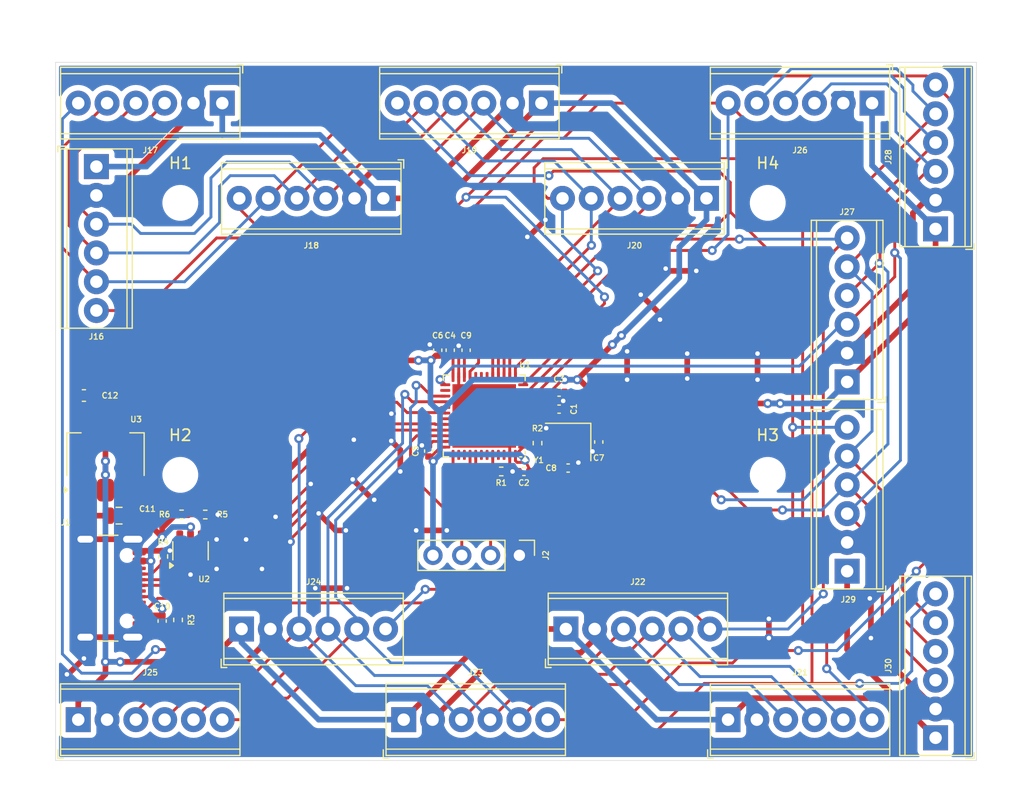
<source format=kicad_pcb>
(kicad_pcb (version 20240108) (generator "pcbnew") (generator_version "8.0")
  (layers (0 "F.Cu" signal) (31 "B.Cu" signal) (34 "B.Paste" user) (35 "F.Paste" user) (36 "B.SilkS" user "B.Silkscreen") (37 "F.SilkS" user "F.Silkscreen") (38 "B.Mask" user) (39 "F.Mask" user) (44 "Edge.Cuts" user))
  (net 0 "")
  (net 1 "GND")
  (net 2 "/RST")
  (net 3 "+3V3")
  (net 4 "/XTALO")
  (net 5 "/XTALR")
  (net 6 "/VCAP")
  (net 7 "+5V")
  (net 8 "/USB+")
  (net 9 "/USB-")
  (net 12 "Net-(J1-CC1)")
  (net 13 "Net-(J1-CC2)")
  (net 14 "/SWDIO")
  (net 15 "/SWCLK")
  (net 16 "/CS1")
  (net 17 "/MOSI1")
  (net 18 "/MISO1")
  (net 19 "/SCK1")
  (net 20 "/CS2")
  (net 21 "/CS3")
  (net 22 "/CS4")
  (net 23 "/CS5")
  (net 24 "/MISO2")
  (net 25 "/MOSI2")
  (net 26 "/SCK2")
  (net 27 "/MOSI3")
  (net 28 "/MISO3")
  (net 29 "/SCK3")
  (net 30 "/BOOT")
  (net 31 "/XTALI")
  (net 37 "/VBUS")
  (footprint "TerminalBlock_Phoenix:TerminalBlock_Phoenix_MPT-0,5-6-2.54_1x06_P2.54mm_Horizontal" (layer "F.Cu") (at 56.8 44 180)
    (property "Reference" "J18")
    (property "Value" "Conn_01x06_Pin")
  )
  (footprint "TerminalBlock_Phoenix:TerminalBlock_Phoenix_MPT-0,5-6-2.54_1x06_P2.54mm_Horizontal" (layer "F.Cu") (at 105.5 46.7 90)
    (property "Reference" "J28")
    (property "Value" "Conn_01x06_Pin")
  )
  (footprint "Capacitor_SMD:C_0805_2012Metric" (layer "F.Cu") (at 33.5 72 180)
    (property "Reference" "C11")
    (property "Value" "22u")
  )
  (footprint "Capacitor_SMD:C_0402_1005Metric" (layer "F.Cu") (at 75.8 65.5 90)
    (property "Reference" "C7")
    (property "Value" "10p")
  )
  (footprint "MountingHole:MountingHole_2.5mm" (layer "F.Cu") (at 38.9 44.4)
    (property "Reference" "H1")
    (property "Value" "MountingHole")
  )
  (footprint "TerminalBlock_Phoenix:TerminalBlock_Phoenix_MPT-0,5-6-2.54_1x06_P2.54mm_Horizontal" (layer "F.Cu") (at 70.74 35.6 180)
    (property "Reference" "J19")
    (property "Value" "Conn_01x06_Pin")
  )
  (footprint "TerminalBlock_Phoenix:TerminalBlock_Phoenix_MPT-0,5-6-2.54_1x06_P2.54mm_Horizontal" (layer "F.Cu") (at 29.9 90)
    (property "Reference" "J25")
    (property "Value" "Conn_01x06_Pin")
  )
  (footprint "TerminalBlock_Phoenix:TerminalBlock_Phoenix_MPT-0,5-6-2.54_1x06_P2.54mm_Horizontal" (layer "F.Cu") (at 87.2 90)
    (property "Reference" "J21")
    (property "Value" "Conn_01x06_Pin")
  )
  (footprint "Connector_USB:USB_C_Receptacle_GCT_USB4105-xx-A_16P_TopMnt_Horizontal" (layer "F.Cu") (at 31.6 78.4 -90)
    (property "Reference" "J1")
    (property "Value" "USB_C_Receptacle_USB2.0_16P")
  )
  (footprint "Capacitor_SMD:C_0402_1005Metric" (layer "F.Cu") (at 61.6 57.4 90)
    (property "Reference" "C6")
    (property "Value" "10u")
  )
  (footprint "Capacitor_SMD:C_0402_1005Metric" (layer "F.Cu") (at 64.1 57.4 90)
    (property "Reference" "C9")
    (property "Value" "2u2")
  )
  (footprint "Capacitor_SMD:C_0402_1005Metric" (layer "F.Cu") (at 73.1 67.8 180)
    (property "Reference" "C8")
    (property "Value" "10p")
  )
  (footprint "Resistor_SMD:R_0402_1005Metric" (layer "F.Cu") (at 70.4 65.6 90)
    (property "Reference" "R2")
    (property "Value" "510")
  )
  (footprint "MountingHole:MountingHole_2.5mm" (layer "F.Cu") (at 90.7 44.4)
    (property "Reference" "H4")
    (property "Value" "MountingHole")
  )
  (footprint "TerminalBlock_Phoenix:TerminalBlock_Phoenix_MPT-0,5-6-2.54_1x06_P2.54mm_Horizontal" (layer "F.Cu") (at 44.3 82)
    (property "Reference" "J24")
    (property "Value" "Conn_01x06_Pin")
  )
  (footprint "Capacitor_SMD:C_0402_1005Metric" (layer "F.Cu") (at 72.3 61.1)
    (property "Reference" "C3")
    (property "Value" "100n")
  )
  (footprint "TerminalBlock_Phoenix:TerminalBlock_Phoenix_MPT-0,5-6-2.54_1x06_P2.54mm_Horizontal" (layer "F.Cu") (at 42.6 35.6 180)
    (property "Reference" "J17")
    (property "Value" "Conn_01x06_Pin")
  )
  (footprint "Capacitor_SMD:C_0402_1005Metric" (layer "F.Cu") (at 37.3 81.3 -90)
    (property "Reference" "C10")
    (property "Value" "1u")
  )
  (footprint "Package_TO_SOT_SMD:SOT-223-3_TabPin2" (layer "F.Cu") (at 32.3 66.6 90)
    (property "Reference" "U3")
    (property "Value" "AMS1117-3.3")
  )
  (footprint "Capacitor_SMD:C_0402_1005Metric" (layer "F.Cu") (at 69.2 68.1 180)
    (property "Reference" "C2")
    (property "Value" "100n")
  )
  (footprint "Resistor_SMD:R_0402_1005Metric" (layer "F.Cu") (at 41.1 71.9)
    (property "Reference" "R5")
    (property "Value" "5k1")
  )
  (footprint "Resistor_SMD:R_0402_1005Metric" (layer "F.Cu") (at 39.01 71.89)
    (property "Reference" "R6")
    (property "Value" "5k1")
  )
  (footprint "Capacitor_SMD:C_0402_1005Metric" (layer "F.Cu") (at 62.7 57.4 90)
    (property "Reference" "C4")
    (property "Value" "100n")
  )
  (footprint "MountingHole:MountingHole_2.5mm" (layer "F.Cu") (at 90.7 68.4)
    (property "Reference" "H3")
    (property "Value" "MountingHole")
  )
  (footprint "TerminalBlock_Phoenix:TerminalBlock_Phoenix_MPT-0,5-6-2.54_1x06_P2.54mm_Horizontal" (layer "F.Cu") (at 72.9 82)
    (property "Reference" "J22")
    (property "Value" "Conn_01x06_Pin")
  )
  (footprint "TerminalBlock_Phoenix:TerminalBlock_Phoenix_MPT-0,5-6-2.54_1x06_P2.54mm_Horizontal" (layer "F.Cu") (at 97.7 60.2 90)
    (property "Reference" "J27")
    (property "Value" "Conn_01x06_Pin")
  )
  (footprint "Crystal:Crystal_SMD_3225-4Pin_3.2x2.5mm" (layer "F.Cu") (at 73.1 65.5 180)
    (property "Reference" "Y1")
    (property "Value" "16MHz")
  )
  (footprint "Package_TO_SOT_SMD:SOT-23-6" (layer "F.Cu") (at 39.8 75.1 90)
    (property "Reference" "U2")
    (property "Value" "SRV05-4")
  )
  (footprint "Resistor_SMD:R_0402_1005Metric" (layer "F.Cu") (at 38.7 81.2 -90)
    (property "Reference" "R3")
    (property "Value" "5k1")
  )
  (footprint "MountingHole:MountingHole_2.5mm" (layer "F.Cu") (at 38.9 68.4)
    (property "Reference" "H2")
    (property "Value" "MountingHole")
  )
  (footprint "TerminalBlock_Phoenix:TerminalBlock_Phoenix_MPT-0,5-6-2.54_1x06_P2.54mm_Horizontal" (layer "F.Cu") (at 31.5 41.2 -90)
    (property "Reference" "J16")
    (property "Value" "Conn_01x06_Pin")
  )
  (footprint "TerminalBlock_Phoenix:TerminalBlock_Phoenix_MPT-0,5-6-2.54_1x06_P2.54mm_Horizontal" (layer "F.Cu") (at 58.6 90)
    (property "Reference" "J23")
    (property "Value" "Conn_01x06_Pin")
  )
  (footprint "Package_DFN_QFN:QFN-48-1EP_7x7mm_P0.5mm_EP5.6x5.6mm" (layer "F.Cu") (at 65.7 63.2 180)
    (property "Reference" "U1")
    (property "Value" "STM32F411CEUx")
  )
  (footprint "TerminalBlock_Phoenix:TerminalBlock_Phoenix_MPT-0,5-6-2.54_1x06_P2.54mm_Horizontal" (layer "F.Cu") (at 85.3 44 180)
    (property "Reference" "J20")
    (property "Value" "Conn_01x06_Pin")
  )
  (footprint "Capacitor_SMD:C_0603_1608Metric" (layer "F.Cu") (at 30.4 61.4 180)
    (property "Reference" "C12")
    (property "Value" "22u")
  )
  (footprint "TerminalBlock_Phoenix:TerminalBlock_Phoenix_MPT-0,5-6-2.54_1x06_P2.54mm_Horizontal" (layer "F.Cu") (at 97.7 76.9 90)
    (property "Reference" "J29")
    (property "Value" "Conn_01x06_Pin")
  )
  (footprint "TerminalBlock_Phoenix:TerminalBlock_Phoenix_MPT-0,5-6-2.54_1x06_P2.54mm_Horizontal" (layer "F.Cu") (at 99.9 35.6 180)
    (property "Reference" "J26")
    (property "Value" "Conn_01x06_Pin")
  )
  (footprint "Resistor_SMD:R_0402_1005Metric" (layer "F.Cu") (at 37.4 75.6 90)
    (property "Reference" "R4")
    (property "Value" "5k1")
  )
  (footprint "Connector_PinHeader_2.54mm:PinHeader_1x04_P2.54mm_Vertical" (layer "F.Cu") (at 68.8 75.5 -90)
    (property "Reference" "J2")
    (property "Value" "Conn_01x04_Pin")
  )
  (footprint "Capacitor_SMD:C_0402_1005Metric" (layer "F.Cu") (at 60.8 66.3 90)
    (property "Reference" "C5")
    (property "Value" "100n")
  )
  (footprint "Capacitor_SMD:C_0402_1005Metric" (layer "F.Cu") (at 72.3 62.6)
    (property "Reference" "C1")
    (property "Value" "100n")
  )
  (footprint "TerminalBlock_Phoenix:TerminalBlock_Phoenix_MPT-0,5-6-2.54_1x06_P2.54mm_Horizontal" (layer "F.Cu") (at 105.5 91.6 90)
    (property "Reference" "J30")
    (property "Value" "Conn_01x06_Pin")
  )
  (footprint "Resistor_SMD:R_0402_1005Metric" (layer "F.Cu") (at 67.2 68.1)
    (property "Reference" "R1")
    (property "Value" "5k1")
  )
  (gr_line (start 109.1 32) (end 109.1 93.6) (stroke (width 0.05)) (layer "Edge.Cuts"))
  (gr_line (start 27.9 93.6) (end 27.9 32) (stroke (width 0.05)) (layer "Edge.Cuts"))
  (gr_line (start 27.9 32) (end 109.1 32) (stroke (width 0.05)) (layer "Edge.Cuts"))
  (gr_line (start 109.1 93.6) (end 27.9 93.6) (stroke (width 0.05)) (layer "Edge.Cuts"))
  (segment (start 99.8 79.2) (end 99.8 75.5) (width 0.5) (layer "F.Cu") (net 1))
  (segment (start 37.3 81.78) (end 38.629999 81.78) (width 0.5) (layer "F.Cu") (net 1))
  (segment (start 35.28 81.6) (end 35.28 82.145) (width 0.5) (layer "F.Cu") (net 1))
  (segment (start 37.4 75.090001) (end 37.390001 75.1) (width 0.5) (layer "F.Cu") (net 1))
  (segment (start 29.625 61.4) (end 29.625 69.375) (width 0.5) (layer "F.Cu") (net 1))
  (segment (start 63.446432 57.346432) (end 63.446432 57.005611) (width 0.254) (layer "F.Cu") (net 1))
  (segment (start 54.26 43.14) (end 55.7 41.7) (width 0.5) (layer "F.Cu") (net 1))
  (segment (start 83.6 59.9) (end 83.6 57.7) (width 0.5) (layer "F.Cu") (net 1))
  (segment (start 61.6 56.92) (end 60.92 56.92) (width 0.5) (layer "F.Cu") (net 1))
  (segment (start 35.28 74.655) (end 34.705 74.08) (width 0.5) (layer "F.Cu") (net 1))
  (segment (start 63.105611 57.005611) (end 63.02 56.92) (width 0.254) (layer "F.Cu") (net 1))
  (segment (start 63.45 60.95) (end 65.7 63.2) (width 0.254) (layer "F.Cu") (net 1))
  (segment (start 46.84 82.76) (end 46.84 82) (width 0.5) (layer "F.Cu") (net 1))
  (segment (start 72.427713 61.872287) (end 72.4 61.9) (width 0.254) (layer "F.Cu") (net 1))
  (segment (start 74.000923 67.317989) (end 74.062011 67.317989) (width 0.254) (layer "F.Cu") (net 1))
  (segment (start 56.5 63) (end 54.2 65.3) (width 0.254) (layer "F.Cu") (net 1))
  (segment (start 32.76 43.74) (end 40.06 36.44) (width 0.5) (layer "F.Cu") (net 1))
  (segment (start 60.22 65.82) (end 60.2 65.8) (width 0.254) (layer "F.Cu") (net 1))
  (segment (start 90.8 82.8) (end 90.8 81.1) (width 0.5) (layer "F.Cu") (net 1))
  (segment (start 74.062011 67.317989) (end 74.2 67.18) (width 0.254) (layer "F.Cu") (net 1))
  (segment (start 38.629999 81.78) (end 38.7 81.709999) (width 0.5) (layer "F.Cu") (net 1))
  (segment (start 75.44 82.86) (end 75.44 82) (width 0.5) (layer "F.Cu") (net 1))
  (segment (start 35.8 85.8) (end 43.8 85.8) (width 0.5) (layer "F.Cu") (net 1))
  (segment (start 63.446432 57.005611) (end 63.105611 57.005611) (width 0.254) (layer "F.Cu") (net 1))
  (segment (start 37.971931 75.090001) (end 37.980826 75.081106) (width 0.254) (layer "F.Cu") (net 1))
  (segment (start 54.2 65.3) (end 50.4 69.1) (width 0.254) (layer "F.Cu") (net 1))
  (segment (start 72.78 61.52) (end 72.664355 61.635645) (width 0.254) (layer "F.Cu") (net 1))
  (segment (start 45.3 74.1) (end 44.7 74.1) (width 0.254) (layer "F.Cu") (net 1))
  (segment (start 78.3 60) (end 78.3 57.5) (width 0.5) (layer "F.Cu") (net 1))
  (segment (start 32.44 89.16) (end 35.8 85.8) (width 0.5) (layer "F.Cu") (net 1))
  (segment (start 46.1 76.6) (end 46.1 76.7) (width 0.254) (layer "F.Cu") (net 1))
  (segment (start 72.424281 61.9) (end 71.7 61.9) (width 0.254) (layer "F.Cu") (net 1))
  (segment (start 61.14 90) (end 67.04 84.1) (width 0.5) (layer "F.Cu") (net 1))
  (segment (start 35.399998 75.1) (end 35.389999 75.090001) (width 0.5) (layer "F.Cu") (net 1))
  (segment (start 53.5 73.3) (end 52.6 73.3) (width 0.5) (layer "F.Cu") (net 1))
  (segment (start 55.7 41.7) (end 62.1 41.7) (width 0.5) (layer "F.Cu") (net 1))
  (segment (start 73.954 66.35) (end 74.2 66.35) (width 0.254) (layer "F.Cu") (net 1))
  (segment (start 72.78 61.1) (end 72.78 61.52) (width 0.254) (layer "F.Cu") (net 1))
  (segment (start 54.26 44) (end 54.26 43.14) (width 0.5) (layer "F.Cu") (net 1))
  (segment (start 99.8 82.8) (end 99.8 79.4) (width 0.5) (layer "F.Cu") (net 1))
  (segment (start 63.45 59.7625) (end 63.45 60.95) (width 0.254) (layer "F.Cu") (net 1))
  (segment (start 73.58 67.8) (end 74.000923 67.379077) (width 0.254) (layer "F.Cu") (net 1))
  (segment (start 96.84 57.66) (end 97.7 57.66) (width 0.5) (layer "F.Cu") (net 1))
  (segment (start 43.8 85.8) (end 46.84 82.76) (width 0.5) (layer "F.Cu") (net 1))
  (segment (start 52.6 73.3) (end 51.1 71.8) (width 0.5) (layer "F.Cu") (net 1))
  (segment (start 57.3 65.4) (end 46.1 76.6) (width 0.254) (layer "F.Cu") (net 1))
  (segment (start 72.664355 61.635645) (end 72.664355 61.872287) (width 0.254) (layer "F.Cu") (net 1))
  (segment (start 72 64.65) (end 71.479889 64.65) (width 0.254) (layer "F.Cu") (net 1))
  (segment (start 58.3 68.1) (end 58.3 66.2) (width 0.5) (layer "F.Cu") (net 1))
  (segment (start 63.45 57.35) (end 63.88 56.92) (width 0.254) (layer "F.Cu") (net 1))
  (segment (start 89.8 60) (end 89.8 57.7) (width 0.5) (layer "F.Cu") (net 1))
  (segment (start 75.247326 66.332841) (end 75.264485 66.35) (width 0.254) (layer "F.Cu") (net 1))
  (segment (start 44.7 74.1) (end 42.1 74.1) (width 0.254) (layer "F.Cu") (net 1))
  (segment (start 75.43 66.35) (end 75.8 65.98) (width 0.254) (layer "F.Cu") (net 1))
  (segment (start 75.264485 66.35) (end 75.43 66.35) (width 0.254) (layer "F.Cu") (net 1))
  (segment (start 30.525 72.775) (end 30.525 74.08) (width 0.5) (layer "F.Cu") (net 1))
  (segment (start 67.95 66.6375) (end 67.95 65.45) (width 0.254) (layer "F.Cu") (net 1))
  (segment (start 74.000923 67.379077) (end 74.000923 67.317989) (width 0.254) (layer "F.Cu") (net 1))
  (segment (start 53.6 78.4) (end 50.8 78.4) (width 0.5) (layer "F.Cu") (net 1))
  (segment (start 37.4 75.090001) (end 37.971931 75.090001) (width 0.254) (layer "F.Cu") (net 1))
  (segment (start 35.28 75.2) (end 35.28 74.655) (width 0.5) (layer "F.Cu") (net 1))
  (segment (start 35.389999 75.090001) (end 35.28 75.2) (width 0.254) (layer "F.Cu") (net 1))
  (segment (start 47.5 72.1) (end 47.3 72.1) (width 0.254) (layer "F.Cu") (net 1))
  (segment (start 105.5 89.06) (end 99.8 83.36) (width 0.5) (layer "F.Cu") (net 1))
  (segment (start 63.02 56.92) (end 62.7 56.92) (width 0.254) (layer "F.Cu") (net 1))
  (segment (start 56 70.6) (end 55.9 70.6) (width 0.5) (layer "F.Cu") (net 1))
  (segment (start 98.66 74.36) (end 97.7 74.36) (width 0.5) (layer "F.Cu") (net 1))
  (segment (start 60.8 65.82) (end 60.22 65.82) (width 0.254) (layer "F.Cu") (net 1))
  (segment (start 63.45 59.7625) (end 63.45 57.35) (width 0.254) (layer "F.Cu") (net 1))
  (segment (start 74.2 84.1) (end 75.44 82.86) (width 0.5) (layer "F.Cu") (net 1))
  (segment (start 31.3 72) (end 32.550001 72) (width 0.5) (layer "F.Cu") (net 1))
  (segment (start 60.92 56.92) (end 60.9 56.9) (width 0.5) (layer "F.Cu") (net 1))
  (segment (start 68.72 68.1) (end 68.2 68.1) (width 0.254) (layer "F.Cu") (net 1))
  (segment (start 69.5 47.4) (end 69.6 47.4) (width 0.5) (layer "F.Cu") (net 1))
  (segment (start 39.8 77.2) (end 39.8 76.2375) (width 0.5) (layer "F.Cu") (net 1))
  (segment (start 50.4 69.1) (end 50.4 69.2) (width 0.254) (layer "F.Cu") (net 1))
  (segment (start 104.64 44.16) (end 105.5 44.16) (width 0.5) (layer "F.Cu") (net 1))
  (segment (start 37.3 81.78) (end 36.58 81.78) (width 0.5) (layer "F.Cu") (net 1))
  (segment (start 32.44 90) (end 32.44 89.16) (width 0.5) (layer "F.Cu") (net 1))
  (segment (start 41.61 71.9) (end 42.2 71.9) (width 0.5) (layer "F.Cu") (net 1))
  (segment (start 68.19 68.1) (end 67.95 67.86) (width 0.254) (layer "F.Cu") (net 1))
  (segment (start 42.1 76.7) (end 46.1 76.7) (width 0.254) (layer "F.Cu") (net 1))
  (segment (start 72.4 61.9) (end 71.7 61.9) (width 0.254) (layer "F.Cu") (net 1))
  (segment (start 36.58 81.78) (end 36.4 81.6) (width 0.5) (layer "F.Cu") (net 1))
  (segment (start 55.9 70.6) (end 54.1 68.8) (width 0.5) (layer "F.Cu") (net 1))
  (segment (start 74.2 66.35) (end 75.230167 66.35) (width 0.254) (layer "F.Cu") (net 1))
  (segment (start 34.705 82.72) (end 30.525 82.72) (width 0.5) (layer "F.Cu") (net 1))
  (segment (start 103.5 51.86) (end 103.5 45.3) (width 0.5) (layer "F.Cu") (net 1))
  (segment (start 31.5 43.74) (end 32.76 43.74) (width 0.5) (layer "F.Cu") (net 1))
  (segment (start 67.805 68.005) (end 68.095 68.005) (width 0.254) (layer "F.Cu") (net 1))
  (segment (start 67.71 68.1) (end 67.95 67.86) (width 0.254) (layer "F.Cu") (net 1))
  (segment (start 99.8 83.36) (end 99.8 82.8) (width 0.5) (layer "F.Cu") (net 1))
  (segment (start 72.664355 61.872287) (end 72.427713 61.872287) (width 0.254) (layer "F.Cu") (net 1))
  (segment (start 67.71 68.1) (end 67.805 68.005) (width 0.254) (layer "F.Cu") (net 1))
  (segment (start 30 70.7) (end 31.3 72) (width 0.5) (layer "F.Cu") (net 1))
  (segment (start 72.254 64.65) (end 73.954 66.35) (width 0.254) (layer "F.Cu") (net 1))
  (segment (start 61.17 65.45) (end 62.2625 65.45) (width 0.254) (layer "F.Cu") (net 1))
  (segment (start 62.1 41.7) (end 68.2 35.6) (width 0.5) (layer "F.Cu") (net 1))
  (segment (start 97.7 74.36) (end 97.46 74.36) (width 0.5) (layer "F.Cu") (net 1))
  (segment (start 97.7 57.66) (end 103.5 51.86) (width 0.5) (layer "F.Cu") (net 1))
  (segment (start 84.4 50.4) (end 81.9 50.4) (width 0.5) (layer "F.Cu") (net 1))
  (segment (start 99.8 75.5) (end 98.66 74.36) (width 0.5) (layer "F.Cu") (net 1))
  (segment (start 50.4 69.2) (end 47.5 72.1) (width 0.254) (layer "F.Cu") (net 1))
  (segment (start 47.3 72.1) (end 45.3 74.1) (width 0.254) (layer "F.Cu") (net 1))
  (segment (start 69.1375 62.449999) (end 66.450001 62.449999) (width 0.254) (layer "F.Cu") (net 1))
  (segment (start 40.06 36.44) (end 40.06 35.6) (width 0.5) (layer "F.Cu") (net 1))
  (segment (start 75.230167 66.35) (end 75.247326 66.332841) (width 0.254) (layer "F.Cu") (net 1))
  (segment (start 72.78 62.255719) (end 72.424281 61.9) (width 0.254) (layer "F.Cu") (net 1))
  (segment (start 72.78 62.6) (end 72.78 62.255719) (width 0.254) (layer "F.Cu") (net 1))
  (segment (start 67.04 84.1) (end 74.2 84.1) (width 0.5) (layer "F.Cu") (net 1))
  (segment (start 29 86) (end 30.4 84.6) (width 0.5) (layer "F.Cu") (net 1))
  (segment (start 63.45 65.45) (end 65.7 63.2) (width 0.254) (layer "F.Cu") (net 1))
  (segment (start 63.88 56.92) (end 64.1 56.92) (width 0.254) (layer "F.Cu") (net 1))
  (segment (start 81.2 54.7) (end 81.2 54.2) (width 0.5) (layer "F.Cu") (net 1))
  (segment (start 61.6 56.92) (end 62.7 56.92) (width 0.5) (layer "F.Cu") (net 1))
  (segment (start 99.8 79.4) (end 99.7 79.3) (width 0.5) (layer "F.Cu") (net 1))
  (segment (start 35.28 82.145) (end 34.705 82.72) (width 0.5) (layer "F.Cu") (net 1))
  (segment (start 71.7 61.9) (end 71.25 61.9) (width 0.254) (layer "F.Cu") (net 1))
  (segment (start 74.2 67.18) (end 74.2 66.35) (width 0.254) (layer "F.Cu") (net 1))
  (segment (start 60.8 65.82) (end 61.17 65.45) (width 0.254) (layer "F.Cu") (net 1))
  (segment (start 30 69.75) (end 30 70.7) (width 0.5) (layer "F.Cu") (net 1))
  (segment (start 66.450001 62.449999) (end 65.7 63.2) (width 0.254) (layer "F.Cu") (net 1))
  (segment (start 68.2 68.1) (end 68.19 68.1) (width 0.254) (layer "F.Cu") (net 1))
  (segment (start 58.3 66.2) (end 57.5 65.4) (width 0.5) (layer "F.Cu") (net 1))
  (segment (start 59.7 73.3) (end 62.4 73.3) (width 0.5) (layer "F.Cu") (net 1))
  (segment (start 28.9 86) (end 29 86) (width 0.5) (layer "F.Cu") (net 1))
  (segment (start 36.4 81.6) (end 35.28 81.6) (width 0.5) (layer "F.Cu") (net 1))
  (segment (start 31.3 72) (end 30.525 72.775) (width 0.5) (layer "F.Cu") (net 1))
  (segment (start 81.9 50.4) (end 81.7 50.2) (width 0.5) (layer "F.Cu") (net 1))
  (segment (start 99.7 79.3) (end 99.8 79.2) (width 0.5) (layer "F.Cu") (net 1))
  (segment (start 67.95 67.86) (end 67.95 66.6375) (width 0.254) (layer "F.Cu") (net 1))
  (segment (start 71.479889 64.65) (end 71.099907 64.270018) (width 0.254) (layer "F.Cu") (net 1))
  (segment (start 72 64.65) (end 72.254 64.65) (width 0.254) (layer "F.Cu") (net 1))
  (segment (start 57.510651 63) (end 56.5 63) (width 0.254) (layer "F.Cu") (net 1))
  (segment (start 40.06 35.6) (end 40.06 36.46) (width 0.5) (layer "F.Cu") (net 1))
  (segment (start 67.95 65.45) (end 65.7 63.2) (width 0.254) (layer "F.Cu") (net 1))
  (segment (start 57.5 65.4) (end 57.3 65.4) (width 0.254) (layer "F.Cu") (net 1))
  (segment (start 29.625 69.375) (end 30 69.75) (width 0.5) (layer "F.Cu") (net 1))
  (segment (start 62.2625 65.45) (end 63.45 65.45) (width 0.254) (layer "F.Cu") (net 1))
  (segment (start 63.45 57.35) (end 63.446432 57.346432) (width 0.254) (layer "F.Cu") (net 1))
  (segment (start 68.095 68.005) (end 68.19 68.1) (width 0.254) (layer "F.Cu") (net 1))
  (segment (start 34.705 74.08) (end 30.525 74.08) (width 0.5) (layer "F.Cu") (net 1))
  (segment (start 70.700001 62.449999) (end 69.1375 62.449999) (width 0.254) (layer "F.Cu") (net 1))
  (segment (start 69.6 47.4) (end 71.1 45.9) (width 0.5) (layer "F.Cu") (net 1))
  (segment (start 81.2 54.2) (end 79.5 52.5) (width 0.5) (layer "F.Cu") (net 1))
  (segment (start 37.390001 75.1) (end 35.399998 75.1) (width 0.5) (layer "F.Cu") (net 1))
  (segment (start 71.25 61.9) (end 70.700001 62.449999) (width 0.254) (layer "F.Cu") (net 1))
  (segment (start 103.5 45.3) (end 104.64 44.16) (width 0.5) (layer "F.Cu") (net 1))
  (via (at 90.8 82.8) (size 0.8) (drill 0.4) (layers "F.Cu" "B.Cu") (net 1))
  (via (at 57.5 65.4) (size 0.8) (drill 0.4) (layers "F.Cu" "B.Cu") (net 1))
  (via (at 81.7 50.2) (size 0.8) (drill 0.4) (layers "F.Cu" "B.Cu") (net 1))
  (via (at 42.1 76.7) (size 0.8) (drill 0.4) (layers "F.Cu" "B.Cu") (net 1))
  (via (at 81.2 54.7) (size 0.8) (drill 0.4) (layers "F.Cu" "B.Cu") (net 1))
  (via (at 71.1 45.9) (size 0.8) (drill 0.4) (layers "F.Cu" "B.Cu") (net 1))
  (via (at 72.664355 61.872287) (size 0.8) (drill 0.4) (layers "F.Cu" "B.Cu") (net 1))
  (via (at 99.7 79.3) (size 0.8) (drill 0.4) (layers "F.Cu" "B.Cu") (net 1))
  (via (at 50.8 78.4) (size 0.8) (drill 0.4) (layers "F.Cu" "B.Cu") (net 1))
  (via (at 44.7 74.1) (size 0.8) (drill 0.4) (layers "F.Cu" "B.Cu") (net 1))
  (via (at 62.4 73.3) (size 0.8) (drill 0.4) (layers "F.Cu" "B.Cu") (net 1))
  (via (at 53.5 73.3) (size 0.8) (drill 0.4) (layers "F.Cu" "B.Cu") (net 1))
  (via (at 78.3 57.5) (size 0.8) (drill 0.4) (layers "F.Cu" "B.Cu") (net 1))
  (via (at 30.4 84.6) (size 0.8) (drill 0.4) (layers "F.Cu" "B.Cu") (net 1))
  (via (at 58.3 68.1) (size 0.8) (drill 0.4) (layers "F.Cu" "B.Cu") (net 1))
  (via (at 74.000923 67.317989) (size 0.8) (drill 0.4) (layers "F.Cu" "B.Cu") (net 1))
  (via (at 42.2 71.9) (size 0.8) (drill 0.4) (layers "F.Cu" "B.Cu") (net 1))
  (via (at 37.980826 75.081106) (size 0.8) (drill 0.4) (layers "F.Cu" "B.Cu") (net 1))
  (via (at 68.2 68.1) (size 0.8) (drill 0.4) (layers "F.Cu" "B.Cu") (net 1))
  (via (at 79.5 52.5) (size 0.8) (drill 0.4) (layers "F.Cu" "B.Cu") (net 1))
  (via (at 83.6 57.7) (size 0.8) (drill 0.4) (layers "F.Cu" "B.Cu") (net 1))
  (via (at 46.1 76.7) (size 0.8) (drill 0.4) (layers "F.Cu" "B.Cu") (net 1))
  (via (at 99.8 82.8) (size 0.8) (drill 0.4) (layers "F.Cu" "B.Cu") (net 1))
  (via (at 90.8 81.1) (size 0.8) (drill 0.4) (layers "F.Cu" "B.Cu") (net 1))
  (via (at 50.4 69.2) (size 0.8) (drill 0.4) (layers "F.Cu" "B.Cu") (net 1))
  (via (at 60.2 65.8) (size 0.8) (drill 0.4) (layers "F.Cu" "B.Cu") (net 1))
  (via (at 83.6 59.9) (size 0.8) (drill 0.4) (layers "F.Cu" "B.Cu") (net 1))
  (via (at 57.510651 63) (size 0.8) (drill 0.4) (layers "F.Cu" "B.Cu") (net 1))
  (via (at 51.1 71.8) (size 0.8) (drill 0.4) (layers "F.Cu" "B.Cu") (net 1))
  (via (at 47.3 72.1) (size 0.8) (drill 0.4) (layers "F.Cu" "B.Cu") (net 1))
  (via (at 56 70.6) (size 0.8) (drill 0.4) (layers "F.Cu" "B.Cu") (net 1))
  (via (at 69.5 47.4) (size 0.8) (drill 0.4) (layers "F.Cu" "B.Cu") (net 1))
  (via (at 60.9 56.9) (size 0.8) (drill 0.4) (layers "F.Cu" "B.Cu") (net 1))
  (via (at 59.7 73.3) (size 0.8) (drill 0.4) (layers "F.Cu" "B.Cu") (net 1))
  (via (at 63.446432 57.005611) (size 0.8) (drill 0.4) (layers "F.Cu" "B.Cu") (net 1))
  (via (at 48.6 74.3) (size 0.8) (drill 0.4) (layers "F.Cu" "B.Cu") (net 1))
  (via (at 54.2 65.3) (size 0.8) (drill 0.4) (layers "F.Cu" "B.Cu") (net 1))
  (via (at 75.247326 66.332841) (size 0.8) (drill 0.4) (layers "F.Cu" "B.Cu") (net 1))
  (via (at 28.9 86) (size 0.8) (drill 0.4) (layers "F.Cu" "B.Cu") (net 1))
  (via (at 42.1 74.1) (size 0.8) (drill 0.4) (layers "F.Cu" "B.Cu") (net 1))
  (via (at 89.8 57.7) (size 0.8) (drill 0.4) (layers "F.Cu" "B.Cu") (net 1))
  (via (at 53.6 78.4) (size 0.8) (drill 0.4) (layers "F.Cu" "B.Cu") (net 1))
  (via (at 54.1 68.8) (size 0.8) (drill 0.4) (layers "F.Cu" "B.Cu") (net 1))
  (via (at 89.8 60) (size 0.8) (drill 0.4) (layers "F.Cu" "B.Cu") (net 1))
  (via (at 71.165221 64.280903) (size 0.8) (drill 0.4) (layers "F.Cu" "B.Cu") (net 1))
  (via (at 39.8 77.2) (size 0.8) (drill 0.4) (layers "F.Cu" "B.Cu") (net 1))
  (via (at 78.3 60) (size 0.8) (drill 0.4) (layers "F.Cu" "B.Cu") (net 1))
  (via (at 84.4 50.4) (size 0.8) (drill 0.4) (layers "F.Cu" "B.Cu") (net 1))
  (segment (start 39.2 39.7) (end 49.96 39.7) (width 0.5) (layer "B.Cu") (net 1))
  (segment (start 37.980826 75.081106) (end 38.04986 75.15014) (width 0.5) (layer "B.Cu") (net 1))
  (segment (start 68.2 36.8) (end 68.9 37.5) (width 0.5) (layer "B.Cu") (net 1))
  (segment (start 31.5 43.74) (end 35.16 43.74) (width 0.5) (layer "B.Cu") (net 1))
  (segment (start 101.5 91.9) (end 104.34 89.06) (width 0.5) (layer "B.Cu") (net 1))
  (segment (start 104.34 89.06) (end 105.5 89.06) (width 0.5) (layer "B.Cu") (net 1))
  (segment (start 68.9 37.5) (end 76.26 37.5) (width 0.5) (layer "B.Cu") (net 1))
  (segment (start 89.74 90.84) (end 90.8 91.9) (width 0.5) (layer "B.Cu") (net 1))
  (segment (start 89.74 90) (end 89.74 90.84) (width 0.5) (layer "B.Cu") (net 1))
  (segment (start 81.34 87.9) (end 88.5 87.9) (width 0.5) (layer "B.Cu") (net 1))
  (segment (start 60.1 88) (end 61.14 89.04) (width 0.5) (layer "B.Cu") (net 1))
  (segment (start 71.165221 64.280903) (end 71.165221 64.482287) (width 0.5) (layer "B.Cu") (net 1))
  (segment (start 75.44 82) (end 81.34 87.9) (width 0.5) (layer "B.Cu") (net 1))
  (segment (start 90.8 91.9) (end 101.5 91.9) (width 0.5) (layer "B.Cu") (net 1))
  (segment (start 68.2 35.6) (end 68.2 36.8) (width 0.5) (layer "B.Cu") (net 1))
  (segment (start 46.84 82) (end 52.84 88) (width 0.5) (layer "B.Cu") (net 1))
  (segment (start 35.16 43.74) (end 39.2 39.7) (width 0.5) (layer "B.Cu") (net 1))
  (segment (start 76.26 37.5) (end 82.76 44) (width 0.5) (layer "B.Cu") (net 1))
  (segment (start 88.5 87.9) (end 89.74 89.14) (width 0.5) (layer "B.Cu") (net 1))
  (segment (start 89.74 89.14) (end 89.74 90) (width 0.5) (layer "B.Cu") (net 1))
  (segment (start 52.84 88) (end 60.1 88) (width 0.5) (layer "B.Cu") (net 1))
  (segment (start 49.96 39.7) (end 54.26 44) (width 0.5) (layer "B.Cu") (net 1))
  (segment (start 61.14 89.04) (end 61.14 90) (width 0.5) (layer "B.Cu") (net 1))
  (segment (start 71.47 62.95) (end 71.82 62.6) (width 0.254) (layer "F.Cu") (net 2))
  (segment (start 69.1375 62.95) (end 71.47 62.95) (width 0.254) (layer "F.Cu") (net 2))
  (segment (start 45.2 68.7) (end 39.950001 63.450001) (width 0.5) (layer "F.Cu") (net 3))
  (segment (start 97.7 83.8) (end 97.7 76.9) (width 0.5) (layer "F.Cu") (net 3))
  (segment (start 62.95 58.13) (end 62.7 57.88) (width 0.254) (layer "F.Cu") (net 3))
  (segment (start 31.175 62.325001) (end 32.3 63.450001) (width 0.5) (layer "F.Cu") (net 3))
  (segment (start 105.5 52.4) (end 105.5 46.7) (width 0.5) (layer "F.Cu") (net 3))
  (segment (start 61.6 57.88) (end 62.7 57.88) (width 0.5) (layer "F.Cu") (net 3))
  (segment (start 58.6 90) (end 66.6 82) (width 0.5) (layer "F.Cu") (net 3))
  (segment (start 60.8 66.78) (end 60.8 66.8) (width 0.254) (layer "F.Cu") (net 3))
  (segment (start 69.3 67.1) (end 69.68 67.88) (width 0.254) (layer "F.Cu") (net 3))
  (segment (start 62.34 44) (end 70.74 35.6) (width 0.5) (layer "F.Cu") (net 3))
  (segment (start 32.3 68.4) (end 32.3 67.2) (width 0.5) (layer "F.Cu") (net 3))
  (segment (start 71.82 60.78) (end 72.6 60) (width 0.254) (layer "F.Cu") (net 3))
  (segment (start 76.2 62.1) (end 90.7 62.1) (width 0.5) (layer "F.Cu") (net 3))
  (segment (start 39.950001 63.450001) (end 32.3 63.450001) (width 0.5) (layer "F.Cu") (net 3))
  (segment (start 68.6 67.3) (end 69.1 67.3) (width 0.254) (layer "F.Cu") (net 3))
  (segment (start 61 58.3) (end 59.9 58.3) (width 0.5) (layer "F.Cu") (net 3))
  (segment (start 62.95 59.7625) (end 62.95 58.13) (width 0.254) (layer "F.Cu") (net 3))
  (segment (start 73.9 60) (end 72.8 60) (width 0.5) (layer "F.Cu") (net 3))
  (segment (start 69.1 67.3) (end 69.3 67.1) (width 0.254) (layer "F.Cu") (net 3))
  (segment (start 71.82 61.1) (end 71.82 60.78) (width 0.254) (layer "F.Cu") (net 3))
  (segment (start 62.2625 65.95) (end 61.85 65.95) (width 0.254) (layer "F.Cu") (net 3))
  (segment (start 102 88.1) (end 97.7 83.8) (width 0.5) (layer "F.Cu") (net 3))
  (segment (start 66.6 82) (end 72.9 82) (width 0.5) (layer "F.Cu") (net 3))
  (segment (start 69.1375 65.95) (end 68.45 66.6375) (width 0.254) (layer "F.Cu") (net 3))
  (segment (start 77 56.9) (end 73.9 60) (width 0.5) (layer "F.Cu") (net 3))
  (segment (start 59.9 58.3) (end 58.1 58.3) (width 0.5) (layer "F.Cu") (net 3))
  (segment (start 89.1 88.1) (end 102 88.1) (width 0.5) (layer "F.Cu") (net 3))
  (segment (start 69.68 67.88) (end 69.68 68.1) (width 0.254) (layer "F.Cu") (net 3))
  (segment (start 71.3 61.1) (end 70.45 61.95) (width 0.254) (layer "F.Cu") (net 3))
  (segment (start 47.7 68.7) (end 45.2 68.7) (width 0.5) (layer "F.Cu") (net 3))
  (segment (start 29.9 88.4) (end 29.9 90) (width 0.5) (layer "F.Cu") (net 3))
  (segment (start 41.4 84.9) (end 44.3 82) (width 0.5) (layer "F.Cu") (net 3))
  (segment (start 58.1 58.3) (end 47.7 68.7) (width 0.5) (layer "F.Cu") (net 3))
  (segment (start 74.1 60) (end 76.2 62.1) (width 0.5) (layer "F.Cu") (net 3))
  (segment (start 31.175 61.4) (end 31.175 62.325001) (width 0.5) (layer "F.Cu") (net 3))
  (segment (start 61.6 57.88) (end 61.42 57.88) (width 0.5) (layer "F.Cu") (net 3))
  (segment (start 77.8 56.1) (end 77 56.9) (width 0.5) (layer "F.Cu") (net 3))
  (segment (start 102 88.1) (end 105.5 91.6) (width 0.5) (layer "F.Cu") (net 3))
  (segment (start 56.8 44) (end 62.34 44) (width 0.5) (layer "F.Cu") (net 3))
  (segment (start 73.9 60) (end 74.1 60) (width 0.5) (layer "F.Cu") (net 3))
  (segment (start 33.6 84.9) (end 41.4 84.9) (width 0.5) (layer "F.Cu") (net 3))
  (segment (start 61.85 65.95) (end 61.02 66.78) (width 0.254) (layer "F.Cu") (net 3))
  (segment (start 61.42 57.88) (end 61 58.3) (width 0.5) (layer "F.Cu") (net 3))
  (segment (start 70.45 61.95) (end 69.1375 61.95) (width 0.254) (layer "F.Cu") (net 3))
  (segment (start 33.6 84.9) (end 32.3 84.9) (width 0.5) (layer "F.Cu") (net 3))
  (segment (start 68.45 67.15) (end 68.6 67.3) (width 0.254) (layer "F.Cu") (net 3))
  (segment (start 87.2 90) (end 89.1 88.1) (width 0.5) (layer "F.Cu") (net 3))
  (segment (start 32.3 84.9) (end 32.3 86) (width 0.5) (layer "F.Cu") (net 3))
  (segment (start 32.3 86) (end 29.9 88.4) (width 0.5) (layer "F.Cu") (net 3))
  (segment (start 97.7 60.2) (end 105.5 52.4) (width 0.5) (layer "F.Cu") (net 3))
  (segment (start 72.6 60) (end 72.8 60) (width 0.254) (layer "F.Cu") (net 3))
  (segment (start 91.8 62.1) (end 90.7 62.1) (width 0.5) (layer "F.Cu") (net 3))
  (segment (start 68.45 66.6375) (end 68.45 67.15) (width 0.254) (layer "F.Cu") (net 3))
  (segment (start 61.02 66.78) (end 60.8 66.78) (width 0.254) (layer "F.Cu") (net 3))
  (segment (start 71.82 61.1) (end 71.3 61.1) (width 0.254) (layer "F.Cu") (net 3))
  (segment (start 60.8 66.8) (end 61.2 67.2) (width 0.254) (layer "F.Cu") (net 3))
  (segment (start 32.3 67.2) (end 32.3 63.450001) (width 0.5) (layer "F.Cu") (net 3))
  (segment (start 32.3 69.749999) (end 32.3 68.4) (width 0.5) (layer "F.Cu") (net 3))
  (via (at 72.8 60) (size 0.8) (drill 0.4) (layers "F.Cu" "B.Cu") (net 3))
  (via (at 32.3 84.9) (size 0.8) (drill 0.4) (layers "F.Cu" "B.Cu") (net 3))
  (via (at 69.3 67.1) (size 0.8) (drill 0.4) (layers "F.Cu" "B.Cu") (net 3))
  (via (at 33.6 84.9) (size 0.8) (drill 0.4) (layers "F.Cu" "B.Cu") (net 3))
  (via (at 32.3 67.2) (size 0.8) (drill 0.4) (layers "F.Cu" "B.Cu") (net 3))
  (via (at 61 58.3) (size 0.8) (drill 0.4) (layers "F.Cu" "B.Cu") (net 3))
  (via (at 32.3 68.4) (size 0.8) (drill 0.4) (layers "F.Cu" "B.Cu") (net 3))
  (via (at 90.7 62.1) (size 0.8) (drill 0.4) (layers "F.Cu" "B.Cu") (net 3))
  (via (at 73.9 60) (size 0.8) (drill 0.4) (layers "F.Cu" "B.Cu") (net 3))
  (via (at 77 56.9) (size 0.8) (drill 0.4) (layers "F.Cu" "B.Cu") (net 3))
  (via (at 77.8 56.1) (size 0.8) (drill 0.4) (layers "F.Cu" "B.Cu") (net 3))
  (via (at 61.2 67.2) (size 0.8) (drill 0.4) (layers "F.Cu" "B.Cu") (net 3))
  (via (at 91.8 62.1) (size 0.8) (drill 0.4) (layers "F.Cu" "B.Cu") (net 3))
  (via (at 59.9 58.3) (size 0.8) (drill 0.4) (layers "F.Cu" "B.Cu") (net 3))
  (segment (start 72.8 60) (end 64.7 60) (width 0.5) (layer "B.Cu") (net 3))
  (segment (start 61.55 62.65) (end 62.05 62.65) (width 0.5) (layer "B.Cu") (net 3))
  (segment (start 68.8 66.6) (end 61.8 66.6) (width 0.5) (layer "B.Cu") (net 3))
  (segment (start 60.95625 62.05625) (end 60.95625 58.34375) (width 0.5) (layer "B.Cu") (net 3))
  (segment (start 90.7 62.1) (end 91.8 62.1) (width 0.5) (layer "B.Cu") (net 3))
  (segment (start 62.15 62.55) (end 61.8 62.9) (width 0.5) (layer "B.Cu") (net 3))
  (segment (start 38.7 38.4) (end 42.6 38.4) (width 0.5) (layer "B.Cu") (net 3))
  (segment (start 82.9 48.3) (end 85.3 45.9) (width 0.5) (layer "B.Cu") (net 3))
  (segment (start 31.5 41.2) (end 35.9 41.2) (width 0.5) (layer "B.Cu") (net 3))
  (segment (start 61.45 62.55) (end 60.95625 62.05625) (width 0.5) (layer "B.Cu") (net 3))
  (segment (start 42.6 38.4) (end 51.2 38.4) (width 0.5) (layer "B.Cu") (net 3))
  (segment (start 69.3 67.1) (end 68.8 66.6) (width 0.5) (layer "B.Cu") (net 3))
  (segment (start 61.18 67.22) (end 61.2 67.2) (width 0.5) (layer "B.Cu") (net 3))
  (segment (start 99.9 35.6) (end 99.9 41.1) (width 0.5) (layer "B.Cu") (net 3))
  (segment (start 44.3 83.2) (end 51.1 90) (width 0.5) (layer "B.Cu") (net 3))
  (segment (start 61.8 66.6) (end 61.8 62.9) (width 0.5) (layer "B.Cu") (net 3))
  (segment (start 42.6 35.6) (end 42.6 38.4) (width 0.5) (layer "B.Cu") (net 3))
  (segment (start 59.9 58.3) (end 61 58.3) (width 0.5) (layer "B.Cu") (net 3))
  (segment (start 77.8 56.1) (end 77 56.9) (width 0.5) (layer "B.Cu") (net 3))
  (segment (start 61.8 62.9) (end 61.45 62.55) (width 0.5) (layer "B.Cu") (net 3))
  (segment (start 44.3 82) (end 44.3 83.2) (width 0.5) (layer "B.Cu") (net 3))
  (segment (start 76.9 35.6) (end 85.3 44) (width 0.5) (layer "B.Cu") (net 3))
  (segment (start 72.9 82) (end 80.9 90) (width 0.5) (layer "B.Cu") (net 3))
  (segment (start 95.8 62.1) (end 97.7 60.2) (width 0.5) (layer "B.Cu") (net 3))
  (segment (start 85.3 45.9) (end 85.3 44) (width 0.5) (layer "B.Cu") (net 3))
  (segment (start 73.9 60) (end 72.8 60) (width 0.5) (layer "B.Cu") (net 3))
  (segment (start 80.9 90) (end 87.2 90) (width 0.5) (layer "B.Cu") (net 3))
  (segment (start 99.9 41.1) (end 105.5 46.7) (width 0.5) (layer "B.Cu") (net 3))
  (segment (start 62.05 62.65) (end 62.15 62.55) (width 0.5) (layer "B.Cu") (net 3))
  (segment (start 51.1 90) (end 58.6 90) (width 0.5) (layer "B.Cu") (net 3))
  (segment (start 77.8 56.1) (end 82.9 51) (width 0.5) (layer "B.Cu") (net 3))
  (segment (start 60.95625 58.34375) (end 61 58.3) (width 0.5) (layer "B.Cu") (net 3))
  (segment (start 35.9 41.2) (end 38.7 38.4) (width 0.5) (layer "B.Cu") (net 3))
  (segment (start 64.7 60) (end 62.15 62.55) (width 0.5) (layer "B.Cu") (net 3))
  (segment (start 61.18 75.5) (end 61.18 67.22) (width 0.5) (layer "B.Cu") (net 3))
  (segment (start 32.3 84.9) (end 32.3 68.4) (width 0.5) (layer "B.Cu") (net 3))
  (segment (start 70.74 35.6) (end 76.9 35.6) (width 0.5) (layer "B.Cu") (net 3))
  (segment (start 82.9 51) (end 82.9 48.3) (width 0.5) (layer "B.Cu") (net 3))
  (segment (start 33.6 84.9) (end 32.3 84.9) (width 0.5) (layer "B.Cu") (net 3))
  (segment (start 61.45 62.55) (end 61.55 62.65) (width 0.5) (layer "B.Cu") (net 3))
  (segment (start 32.3 67.2) (end 32.3 68.4) (width 0.5) (layer "B.Cu") (net 3))
  (segment (start 91.8 62.1) (end 95.8 62.1) (width 0.5) (layer "B.Cu") (net 3))
  (segment (start 61.2 67.2) (end 61.8 66.6) (width 0.5) (layer "B.Cu") (net 3))
  (segment (start 51.2 38.4) (end 56.8 44) (width 0.5) (layer "B.Cu") (net 3))
  (segment (start 73 63.45) (end 69.1375 63.45) (width 0.254) (layer "F.Cu") (net 4))
  (segment (start 75.43 64.65) (end 74.2 64.65) (width 0.254) (layer "F.Cu") (net 4))
  (segment (start 75.8 65.02) (end 75.43 64.65) (width 0.254) (layer "F.Cu") (net 4))
  (segment (start 74.2 64.65) (end 73 63.45) (width 0.254) (layer "F.Cu") (net 4))
  (segment (start 70.640001 66.35) (end 70.4 66.109999) (width 0.254) (layer "F.Cu") (net 5))
  (segment (start 72.62 67.8) (end 72 67.18) (width 0.254) (layer "F.Cu") (net 5))
  (segment (start 72 67.18) (end 72 66.35) (width 0.254) (layer "F.Cu") (net 5))
  (segment (start 72 66.35) (end 70.640001 66.35) (width 0.254) (layer "F.Cu") (net 5))
  (segment (start 63.950001 58.029999) (end 64.1 57.88) (width 0.254) (layer "F.Cu") (net 6))
  (segment (start 63.950001 59.7625) (end 63.950001 58.029999) (width 0.254) (layer "F.Cu") (net 6))
  (segment (start 37.3 73.09) (end 37.3 73.9) (width 0.5) (layer "F.Cu") (net 7))
  (segment (start 38.5 71.89) (end 37.3 73.09) (width 0.5) (layer "F.Cu") (net 7))
  (segment (start 35.4 72) (end 37.3 73.9) (width 0.5) (layer "F.Cu") (net 7))
  (segment (start 37.3 80.2) (end 37.3 80.8) (width 0.5) (layer "F.Cu") (net 7))
  (segment (start 39.8 73) (end 39.8 73.9625) (width 0.254) (layer "F.Cu") (net 7))
  (segment (start 37.3 80.8) (end 35.28 80.8) (width 0.5) (layer "F.Cu") (net 7))
  (segment (start 34.449999 72) (end 35.4 72) (width 0.5) (layer "F.Cu") (net 7))
  (segment (start 35.28 76) (end 36.3 76) (width 0.5) (layer "F.Cu") (net 7))
  (segment (start 37.3 80.2) (end 37.3 80.82) (width 0.5) (layer "F.Cu") (net 7))
  (segment (start 34.449999 69.900001) (end 34.6 69.75) (width 0.5) (layer "F.Cu") (net 7))
  (segment (start 34.449999 72) (end 34.449999 69.900001) (width 0.5) (layer "F.Cu") (net 7))
  (via (at 37.3 80.2) (size 0.8) (drill 0.4) (layers "F.Cu" "B.Cu") (net 7))
  (via (at 39.8 73) (size 0.8) (drill 0.4) (layers "F.Cu" "B.Cu") (net 7))
  (via (at 37.3 73.9) (size 0.8) (drill 0.4) (layers "F.Cu" "B.Cu") (net 7))
  (via (at 36.3 76) (size 0.8) (drill 0.4) (layers "F.Cu" "B.Cu") (net 7))
  (segment (start 36.3 74.9) (end 36.3 76) (width 0.5) (layer "B.Cu") (net 7))
  (segment (start 39.8 73) (end 38.2 73) (width 0.5) (layer "B.Cu") (net 7))
  (segment (start 38.2 73) (end 37.3 73.9) (width 0.5) (layer "B.Cu") (net 7))
  (segment (start 37.3 73.9) (end 36.3 74.9) (width 0.5) (layer "B.Cu") (net 7))
  (segment (start 36.3 79.2) (end 36.3 76) (width 0.5) (layer "B.Cu") (net 7))
  (segment (start 37.3 80.2) (end 36.3 79.2) (width 0.5) (layer "B.Cu") (net 7))
  (segment (start 36.05 79.15) (end 36.3 78.9) (width 0.254) (layer "F.Cu") (net 8))
  (segment (start 62.2625 64.45) (end 57.15 64.45) (width 0.254) (layer "F.Cu") (net 8))
  (segment (start 35.28 78.15) (end 36.2 78.15) (width 0.254) (layer "F.Cu") (net 8))
  (segment (start 36.2 78.15) (end 40.15 78.15) (width 0.254) (layer "F.Cu") (net 8))
  (segment (start 35.28 79.15) (end 36.05 79.15) (width 0.254) (layer "F.Cu") (net 8))
  (segment (start 57.15 64.45) (end 45.9 75.7) (width 0.254) (layer "F.Cu") (net 8))
  (segment (start 40.749999 77.550001) (end 40.749999 76.2375) (width 0.254) (layer "F.Cu") (net 8))
  (segment (start 45.9 75.7) (end 41.287499 75.7) (width 0.254) (layer "F.Cu") (net 8))
  (segment (start 36.3 78.9) (end 36.3 78.25) (width 0.254) (layer "F.Cu") (net 8))
  (segment (start 40.15 78.15) (end 40.749999 77.550001) (width 0.254) (layer "F.Cu") (net 8))
  (segment (start 41.287499 75.7) (end 40.749999 76.2375) (width 0.254) (layer "F.Cu") (net 8))
  (segment (start 36.3 78.25) (end 36.2 78.15) (width 0.254) (layer "F.Cu") (net 8))
  (segment (start 39.4 75.1) (end 45.7 75.1) (width 0.254) (layer "F.Cu") (net 9))
  (segment (start 56.9 63.9) (end 61.349999 63.9) (width 0.254) (layer "F.Cu") (net 9))
  (segment (start 34.2 77.9) (end 34.45 77.65) (width 0.254) (layer "F.Cu") (net 9))
  (segment (start 34.45 77.65) (end 35.28 77.65) (width 0.254) (layer "F.Cu") (net 9))
  (segment (start 34.2 78.4) (end 34.2 77.9) (width 0.254) (layer "F.Cu") (net 9))
  (segment (start 61.349999 63.9) (end 61.4 63.950001) (width 0.254) (layer "F.Cu") (net 9))
  (segment (start 61.4 63.950001) (end 62.2625 63.950001) (width 0.254) (layer "F.Cu") (net 9))
  (segment (start 35.28 78.65) (end 34.45 78.65) (width 0.254) (layer "F.Cu") (net 9))
  (segment (start 35.28 77.65) (end 38.35 77.65) (width 0.254) (layer "F.Cu") (net 9))
  (segment (start 34.45 78.65) (end 34.2 78.4) (width 0.254) (layer "F.Cu") (net 9))
  (segment (start 45.7 75.1) (end 56.9 63.9) (width 0.254) (layer "F.Cu") (net 9))
  (segment (start 38.850001 76.2375) (end 38.850001 75.649999) (width 0.254) (layer "F.Cu") (net 9))
  (segment (start 38.850001 77.149999) (end 38.850001 76.2375) (width 0.254) (layer "F.Cu") (net 9))
  (segment (start 38.850001 75.649999) (end 39.4 75.1) (width 0.254) (layer "F.Cu") (net 9))
  (segment (start 38.35 77.65) (end 38.850001 77.149999) (width 0.254) (layer "F.Cu") (net 9))
  (segment (start 36.359999 77.15) (end 35.279999 77.15) (width 0.254) (layer "F.Cu") (net 12))
  (segment (start 37.4 76.109999) (end 36.359999 77.15) (width 0.254) (layer "F.Cu") (net 12))
  (segment (start 38.7 80) (end 38.7 80.690001) (width 0.254) (layer "F.Cu") (net 13))
  (segment (start 36.05 80.15) (end 36.9 79.3) (width 0.254) (layer "F.Cu") (net 13))
  (segment (start 38 79.3) (end 38.7 80) (width 0.254) (layer "F.Cu") (net 13))
  (segment (start 35.28 80.15) (end 36.05 80.15) (width 0.254) (layer "F.Cu") (net 13))
  (segment (start 36.9 79.3) (end 38 79.3) (width 0.254) (layer "F.Cu") (net 13))
  (segment (start 59.2 65.5) (end 59.2 68.4) (width 0.254) (layer "F.Cu") (net 14))
  (segment (start 62.2625 64.949999) (end 59.750001 64.949999) (width 0.254) (layer "F.Cu") (net 14))
  (segment (start 59.2 68.4) (end 63.720001 72.920001) (width 0.254) (layer "F.Cu") (net 14))
  (segment (start 63.720001 72.920001) (end 63.720001 75.5) (width 0.254) (layer "F.Cu") (net 14))
  (segment (start 59.750001 64.949999) (end 59.2 65.5) (width 0.254) (layer "F.Cu") (net 14))
  (segment (start 62.95 66.6375) (end 62.95 69.65) (width 0.254) (layer "F.Cu") (net 15))
  (segment (start 62.95 69.65) (end 66.26 72.96) (width 0.254) (layer "F.Cu") (net 15))
  (segment (start 66.26 72.96) (end 66.26 75.5) (width 0.254) (layer "F.Cu") (net 15))
  (segment (start 42.1 47.5) (end 62.1 47.5) (width 0.254) (layer "F.Cu") (net 16))
  (segment (start 31.5 53.9) (end 35.7 53.9) (width 0.254) (layer "F.Cu") (net 16))
  (segment (start 75.8 35.6) (end 87.2 35.6) (width 0.254) (layer "F.Cu") (net 16))
  (segment (start 85.8 48.6) (end 81.4 48.6) (width 0.254) (layer "F.Cu") (net 16))
  (segment (start 62.1 47.5) (end 70.9 38.7) (width 0.254) (layer "F.Cu") (net 16))
  (segment (start 95.9 82) (end 94.6 80.7) (width 0.254) (layer "F.Cu") (net 16))
  (segment (start 70.049999 61.450001) (end 69.1375 61.450001) (width 0.254) (layer "F.Cu") (net 16))
  (segment (start 95.9 85.5) (end 95.9 82) (width 0.254) (layer "F.Cu") (net 16))
  (segment (start 72.7 38.7) (end 75.8 35.6) (width 0.254) (layer "F.Cu") (net 16))
  (segment (start 94.6 80.7) (end 94.6 43) (width 0.254) (layer "F.Cu") (net 16))
  (segment (start 70.9 38.7) (end 72.7 38.7) (width 0.254) (layer "F.Cu") (net 16))
  (segment (start 81.4 48.6) (end 78.4 51.6) (width 0.254) (layer "F.Cu") (net 16))
  (segment (start 78.4 51.6) (end 78.4 53.1) (width 0.254) (layer "F.Cu") (net 16))
  (segment (start 94.6 43) (end 87.2 35.6) (width 0.254) (layer "F.Cu") (net 16))
  (segment (start 35.7 53.9) (end 42.1 47.5) (width 0.254) (layer "F.Cu") (net 16))
  (segment (start 78.4 53.1) (end 70.049999 61.450001) (width 0.254) (layer "F.Cu") (net 16))
  (via (at 95.9 85.5) (size 0.8) (drill 0.4) (layers "F.Cu" "B.Cu") (net 16))
  (via (at 85.8 48.6) (size 0.8) (drill 0.4) (layers "F.Cu" "B.Cu") (net 16))
  (segment (start 99.9 89.5) (end 95.9 85.5) (width 0.254) (layer "B.Cu") (net 16))
  (segment (start 99.9 90) (end 99.9 89.5) (width 0.254) (layer "B.Cu") (net 16))
  (segment (start 87.2 47.2) (end 87.2 35.6) (width 0.254) (layer "B.Cu") (net 16))
  (segment (start 85.8 48.6) (end 87.2 47.2) (width 0.254) (layer "B.Cu") (net 16))
  (segment (start 29.1 46.42) (end 31.5 48.82) (width 0.254) (layer "F.Cu") (net 17))
  (segment (start 53.88 39.3) (end 49.18 44) (width 0.254) (layer "F.Cu") (net 17))
  (segment (start 32.38 38.2) (end 30.671098 38.2) (width 0.254) (layer "F.Cu") (net 17))
  (segment (start 30.671098 38.2) (end 29.1 39.771098) (width 0.254) (layer "F.Cu") (net 17))
  (segment (start 59.42 39.3) (end 53.88 39.3) (width 0.254) (layer "F.Cu") (net 17))
  (segment (start 63.12 35.6) (end 59.42 39.3) (width 0.254) (layer "F.Cu") (net 17))
  (segment (start 29.1 39.771098) (end 29.1 46.42) (width 0.254) (layer "F.Cu") (net 17))
  (segment (start 66.450001 55.349999) (end 77.68 44.12) (width 0.254) (layer "F.Cu") (net 17))
  (segment (start 66.450001 59.7625) (end 66.450001 55.349999) (width 0.254) (layer "F.Cu") (net 17))
  (segment (start 34.98 35.6) (end 32.38 38.2) (width 0.254) (layer "F.Cu") (net 17))
  (segment (start 77.68 44.12) (end 77.68 44) (width 0.254) (layer "F.Cu") (net 17))
  (segment (start 42.359881 42.940119) (end 43.3 42) (width 0.254) (layer "B.Cu") (net 17))
  (segment (start 31.5 48.82) (end 39.68 48.82) (width 0.254) (layer "B.Cu") (net 17))
  (segment (start 43.3 42) (end 47.18 42) (width 0.254) (layer "B.Cu") (net 17))
  (segment (start 47.18 42) (end 49.18 44) (width 0.254) (layer "B.Cu") (net 17))
  (segment (start 63.12 35.6) (end 67.22 39.7) (width 0.254) (layer "B.Cu") (net 17))
  (segment (start 67.22 39.7) (end 73.38 39.7) (width 0.254) (layer "B.Cu") (net 17))
  (segment (start 73.38 39.7) (end 77.68 44) (width 0.254) (layer "B.Cu") (net 17))
  (segment (start 42.359881 46.140119) (end 42.359881 42.940119) (width 0.254) (layer "B.Cu") (net 17))
  (segment (start 39.68 48.82) (end 42.359881 46.140119) (width 0.254) (layer "B.Cu") (net 17))
  (segment (start 57.98 38.2) (end 52.44 38.2) (width 0.254) (layer "F.Cu") (net 18))
  (segment (start 32.44 35.6) (end 28.451808 39.588192) (width 0.254) (layer "F.Cu") (net 18))
  (segment (start 60.58 35.6) (end 57.98 38.2) (width 0.254) (layer "F.Cu") (net 18))
  (segment (start 28.451808 39.588192) (end 28.451808 48.311808) (width 0.254) (layer "F.Cu") (net 18))
  (segment (start 66.95 56.35) (end 66.95 59.7625) (width 0.254) (layer "F.Cu") (net 18))
  (segment (start 75.15 48.15) (end 66.95 56.35) (width 0.254) (layer "F.Cu") (net 18))
  (segment (start 52.44 38.2) (end 46.64 44) (width 0.254) (layer "F.Cu") (net 18))
  (segment (start 28.451808 48.311808) (end 31.5 51.36) (width 0.254) (layer "F.Cu") (net 18))
  (via (at 75.15 48.15) (size 0.8) (drill 0.4) (layers "F.Cu" "B.Cu") (net 18))
  (segment (start 75.15 48.15) (end 75.14 48.14) (width 0.254) (layer "B.Cu") (net 18))
  (segment (start 71.84 40.7) (end 65.68 40.7) (width 0.254) (layer "B.Cu") (net 18))
  (segment (start 65.68 40.7) (end 60.58 35.6) (width 0.254) (layer "B.Cu") (net 18))
  (segment (start 39.28 51.36) (end 46.64 44) (width 0.254) (layer "B.Cu") (net 18))
  (segment (start 75.14 44) (end 71.84 40.7) (width 0.254) (layer "B.Cu") (net 18))
  (segment (start 75.14 48.14) (end 75.14 44) (width 0.254) (layer "B.Cu") (net 18))
  (segment (start 31.5 51.36) (end 39.28 51.36) (width 0.254) (layer "B.Cu") (net 18))
  (segment (start 34.020001 39.1) (end 30.625401 39.1) (width 0.254) (layer "F.Cu") (net 19))
  (segment (start 29.8 39.925401) (end 29.8 44.579999) (width 0.254) (layer "F.Cu") (net 19))
  (segment (start 80.220001 44.479999) (end 80.220001 44) (width 0.254) (layer "F.Cu") (net 19))
  (segment (start 67.449999 57.250001) (end 80.220001 44.479999) (width 0.254) (layer "F.Cu") (net 19))
  (segment (start 65.660001 35.6) (end 60.960001 40.3) (width 0.254) (layer "F.Cu") (net 19))
  (segment (start 37.520001 35.6) (end 34.020001 39.1) (width 0.254) (layer "F.Cu") (net 19))
  (segment (start 30.625401 39.1) (end 29.8 39.925401) (width 0.254) (layer "F.Cu") (net 19))
  (segment (start 60.960001 40.3) (end 55.420001 40.3) (width 0.254) (layer "F.Cu") (net 19))
  (segment (start 55.420001 40.3) (end 51.720001 44) (width 0.254) (layer "F.Cu") (net 19))
  (segment (start 29.8 44.579999) (end 31.5 46.279999) (width 0.254) (layer "F.Cu") (net 19))
  (segment (start 67.449999 59.7625) (end 67.449999 57.250001) (width 0.254) (layer "F.Cu") (net 19))
  (segment (start 40.15 47.1) (end 41.6 45.65) (width 0.254) (layer "B.Cu") (net 19))
  (segment (start 68.2 38.7) (end 74.920001 38.7) (width 0.254) (layer "B.Cu") (net 19))
  (segment (start 74.920001 38.7) (end 80.220001 44) (width 0.254) (layer "B.Cu") (net 19))
  (segment (start 34.579999 46.279999) (end 35.4 47.1) (width 0.254) (layer "B.Cu") (net 19))
  (segment (start 43 40.8) (end 48.520001 40.8) (width 0.254) (layer "B.Cu") (net 19))
  (segment (start 41.6 42.2) (end 43 40.8) (width 0.254) (layer "B.Cu") (net 19))
  (segment (start 65.660001 36.160001) (end 68.2 38.7) (width 0.254) (layer "B.Cu") (net 19))
  (segment (start 65.660001 35.6) (end 65.660001 36.160001) (width 0.254) (layer "B.Cu") (net 19))
  (segment (start 41.6 45.65) (end 41.6 42.2) (width 0.254) (layer "B.Cu") (net 19))
  (segment (start 35.4 47.1) (end 40.15 47.1) (width 0.254) (layer "B.Cu") (net 19))
  (segment (start 31.5 46.279999) (end 34.579999 46.279999) (width 0.254) (layer "B.Cu") (net 19))
  (segment (start 48.520001 40.8) (end 51.720001 44) (width 0.254) (layer "B.Cu") (net 19))
  (segment (start 77.7 52.877568) (end 77.7 51.2) (width 0.254) (layer "F.Cu") (net 20))
  (segment (start 43.1 79.7) (end 83.3 79.7) (width 0.254) (layer "F.Cu") (net 20))
  (segment (start 83.3 79.7) (end 85.6 82) (width 0.254) (layer "F.Cu") (net 20))
  (segment (start 97.7 47.5) (end 95.6 49.6) (width 0.254) (layer "F.Cu") (net 20))
  (segment (start 81.3 47.6) (end 88.2 47.6) (width 0.254) (layer "F.Cu") (net 20))
  (segment (start 95.6 49.6) (end 95.6 78.9) (width 0.254) (layer "F.Cu") (net 20))
  (segment (start 77.7 51.2) (end 81.3 47.6) (width 0.254) (layer "F.Cu") (net 20))
  (segment (start 69.1375 60.95) (end 69.627568 60.95) (width 0.254) (layer "F.Cu") (net 20))
  (segment (start 38.985933 83.814067) (end 43.1 79.7) (width 0.254) (layer "F.Cu") (net 20))
  (segment (start 69.627568 60.95) (end 77.7 52.877568) (width 0.254) (layer "F.Cu") (net 20))
  (segment (start 36.714067 83.814067) (end 38.985933 83.814067) (width 0.254) (layer "F.Cu") (net 20))
  (via (at 95.6 78.9) (size 0.8) (drill 0.4) (layers "F.Cu" "B.Cu") (net 20))
  (via (at 88.2 47.6) (size 0.8) (drill 0.4) (layers "F.Cu" "B.Cu") (net 20))
  (via (at 36.714067 83.814067) (size 0.8) (drill 0.4) (layers "F.Cu" "B.Cu") (net 20))
  (segment (start 30.2 85.9) (end 28.5 84.2) (width 0.254) (layer "B.Cu") (net 20))
  (segment (start 28.5 84.2) (end 28.5 37) (width 0.254) (layer "B.Cu") (net 20))
  (segment (start 88.2 47.6) (end 97.6 47.6) (width 0.254) (layer "B.Cu") (net 20))
  (segment (start 28.5 37) (end 29.9 35.6) (width 0.254) (layer "B.Cu") (net 20))
  (segment (start 34.628134 85.9) (end 30.2 85.9) (width 0.254) (layer "B.Cu") (net 20))
  (segment (start 36.714067 83.814067) (end 34.628134 85.9) (width 0.254) (layer "B.Cu") (net 20))
  (segment (start 97.6 47.6) (end 97.7 47.5) (width 0.254) (layer "B.Cu") (net 20))
  (segment (start 92.5 82) (end 95.6 78.9) (width 0.254) (layer "B.Cu") (net 20))
  (segment (start 85.6 82) (end 92.5 82) (width 0.254) (layer "B.Cu") (net 20))
  (segment (start 83.2 85) (end 78.2 90) (width 0.254) (layer "F.Cu") (net 21))
  (segment (start 78.2 90) (end 71.3 90) (width 0.254) (layer "F.Cu") (net 21))
  (segment (start 76.3 33.2) (end 104.7 33.2) (width 0.254) (layer "F.Cu") (net 21))
  (segment (start 61.7 46.3) (end 64.1 43.9) (width 0.254) (layer "F.Cu") (net 21))
  (segment (start 76.3 52.7) (end 76.3 53.2875) (width 0.254) (layer "F.Cu") (net 21))
  (segment (start 64.1 43.9) (end 70.2 37.8) (width 0.254) (layer "F.Cu") (net 21))
  (segment (start 70.2 37.8) (end 71.7 37.8) (width 0.254) (layer "F.Cu") (net 21))
  (segment (start 44.1 44.9) (end 45.5 46.3) (width 0.254) (layer "F.Cu") (net 21))
  (segment (start 76.3 53.2875) (end 69.1375 60.45) (width 0.254) (layer "F.Cu") (net 21))
  (segment (start 105.5 34) (end 107.7 36.2) (width 0.254) (layer "F.Cu") (net 21))
  (segment (start 107.7 36.2) (end 107.7 73) (width 0.254) (layer "F.Cu") (net 21))
  (segment (start 93.4 83.9) (end 88.7 83.9) (width 0.254) (layer "F.Cu") (net 21))
  (segment (start 45.5 46.3) (end 61.7 46.3) (width 0.254) (layer "F.Cu") (net 21))
  (segment (start 104.7 33.2) (end 105.5 34) (width 0.254) (layer "F.Cu") (net 21))
  (segment (start 71.7 37.8) (end 76.3 33.2) (width 0.254) (layer "F.Cu") (net 21))
  (segment (start 107.7 73) (end 103.8 76.9) (width 0.254) (layer "F.Cu") (net 21))
  (segment (start 88.7 83.9) (end 87.6 85) (width 0.254) (layer "F.Cu") (net 21))
  (segment (start 87.6 85) (end 83.2 85) (width 0.254) (layer "F.Cu") (net 21))
  (segment (start 44.1 44) (end 44.1 44.9) (width 0.254) (layer "F.Cu") (net 21))
  (via (at 64.1 43.9) (size 0.8) (drill 0.4) (layers "F.Cu" "B.Cu") (net 21))
  (via (at 93.4 83.9) (size 0.8) (drill 0.4) (layers "F.Cu" "B.Cu") (net 21))
  (via (at 103.8 76.9) (size 0.8) (drill 0.4) (layers "F.Cu" "B.Cu") (net 21))
  (via (at 76.3 52.7) (size 0.8) (drill 0.4) (layers "F.Cu" "B.Cu") (net 21))
  (segment (start 67.6 43.9) (end 64.1 43.9) (width 0.254) (layer "B.Cu") (net 21))
  (segment (start 76.3 52.6) (end 67.6 43.9) (width 0.254) (layer "B.Cu") (net 21))
  (segment (start 93.4 83.9) (end 96.8 83.9) (width 0.254) (layer "B.Cu") (net 21))
  (segment (start 76.3 52.7) (end 76.3 52.6) (width 0.254) (layer "B.Cu") (net 21))
  (segment (start 96.8 83.9) (end 103.8 76.9) (width 0.254) (layer "B.Cu") (net 21))
  (segment (start 71.8 41.6) (end 71.4 42) (width 0.254) (layer "F.Cu") (net 22))
  (segment (start 68.45 59.7625) (end 68.45 58.95) (width 0.254) (layer "F.Cu") (net 22))
  (segment (start 92.9 64.2) (end 92.9 77.3) (width 0.254) (layer "F.Cu") (net 22))
  (segment (start 92.9 77.3) (end 91.7 78.5) (width 0.254) (layer "F.Cu") (net 22))
  (segment (start 92.9 50.7) (end 87.4 45.2) (width 0.254) (layer "F.Cu") (net 22))
  (segment (start 87.4 45.2) (end 87.4 42.6) (width 0.254) (layer "F.Cu") (net 22))
  (segment (start 86.2 46.4) (end 87.4 45.2) (width 0.254) (layer "F.Cu") (net 22))
  (segment (start 92.9 64.2) (end 92.9 50.7) (width 0.254) (layer "F.Cu") (net 22))
  (segment (start 91.7 78.5) (end 60.5 78.5) (width 0.254) (layer "F.Cu") (net 22))
  (segment (start 86.4 41.6) (end 71.8 41.6) (width 0.254) (layer "F.Cu") (net 22))
  (segment (start 81 46.4) (end 86.2 46.4) (width 0.254) (layer "F.Cu") (net 22))
  (segment (start 68.45 58.95) (end 81 46.4) (width 0.254) (layer "F.Cu") (net 22))
  (segment (start 87.4 42.6) (end 86.4 41.6) (width 0.254) (layer "F.Cu") (net 22))
  (via (at 60.5 78.5) (size 0.8) (drill 0.4) (layers "F.Cu" "B.Cu") (net 22))
  (via (at 92.9 64.2) (size 0.8) (drill 0.4) (layers "F.Cu" "B.Cu") (net 22))
  (via (at 71.4 42) (size 0.8) (drill 0.4) (layers "F.Cu" "B.Cu") (net 22))
  (segment (start 71.4 42) (end 64.44 42) (width 0.254) (layer "B.Cu") (net 22))
  (segment (start 57 82) (end 60.5 78.5) (width 0.254) (layer "B.Cu") (net 22))
  (segment (start 64.44 42) (end 58.04 35.6) (width 0.254) (layer "B.Cu") (net 22))
  (segment (start 92.9 64.2) (end 97.7 64.2) (width 0.254) (layer "B.Cu") (net 22))
  (segment (start 94.6 82.4) (end 94.6 86.7) (width 0.254) (layer "F.Cu") (net 23))
  (segment (start 94.6 86.7) (end 94.5 86.8) (width 0.2) (layer "F.Cu") (net 23))
  (segment (start 70.1 41.3) (end 70.9 40.5) (width 0.254) (layer "F.Cu") (net 23))
  (segment (start 90.3 40.5) (end 93.778372 43.978372) (width 0.254) (layer "F.Cu") (net 23))
  (segment (start 85.1 86.8) (end 79.5 92.4) (width 0.254) (layer "F.Cu") (net 23))
  (segment (start 70.9 40.5) (end 90.3 40.5) (width 0.254) (layer "F.Cu") (net 23))
  (segment (start 70.1 42.8) (end 70.1 41.3) (width 0.254) (layer "F.Cu") (net 23))
  (segment (start 93.778372 43.978372) (end 93.778372 81.578372) (width 0.254) (layer "F.Cu") (net 23))
  (segment (start 71.3 44) (end 70.1 42.8) (width 0.254) (layer "F.Cu") (net 23))
  (segment (start 72.6 44) (end 71.3 44) (width 0.254) (layer "F.Cu") (net 23))
  (segment (start 94.5 86.8) (end 85.1 86.8) (width 0.254) (layer "F.Cu") (net 23))
  (segment (start 46.6 90) (end 42.6 90) (width 0.254) (layer "F.Cu") (net 23))
  (segment (start 79.5 92.4) (end 49 92.4) (width 0.254) (layer "F.Cu") (net 23))
  (segment (start 93.778372 81.578372) (end 94.6 82.4) (width 0.254) (layer "F.Cu") (net 23))
  (segment (start 98.8 86.8) (end 94.5 86.8) (width 0.254) (layer "F.Cu") (net 23))
  (segment (start 67.95 59.7625) (end 67.95 58.15) (width 0.254) (layer "F.Cu") (net 23))
  (segment (start 49 92.4) (end 46.6 90) (width 0.254) (layer "F.Cu") (net 23))
  (segment (start 67.95 58.15) (end 75.7 50.4) (width 0.254) (layer "F.Cu") (net 23))
  (via (at 98.8 86.8) (size 0.8) (drill 0.4) (layers "F.Cu" "B.Cu") (net 23))
  (via (at 75.7 50.4) (size 0.8) (drill 0.4) (layers "F.Cu" "B.Cu") (net 23))
  (segment (start 102.3 86.8) (end 103.4 85.7) (width 0.254) (layer "B.Cu") (net 23))
  (segment (start 103.4 81) (end 105.5 78.9) (width 0.254) (layer "B.Cu") (net 23))
  (segment (start 98.8 86.8) (end 102.3 86.8) (width 0.254) (layer "B.Cu") (net 23))
  (segment (start 72.6 47.3) (end 72.6 44) (width 0.254) (layer "B.Cu") (net 23))
  (segment (start 103.4 85.7) (end 103.4 81) (width 0.254) (layer "B.Cu") (net 23))
  (segment (start 75.7 50.4) (end 72.6 47.3) (width 0.254) (layer "B.Cu") (net 23))
  (segment (start 40.06 90) (end 41.96 88.1) (width 0.254) (layer "F.Cu") (net 24))
  (segment (start 68.76 90) (end 71.86 86.9) (width 0.254) (layer "F.Cu") (net 24))
  (segment (start 78.16 86.9) (end 83.06 82) (width 0.254) (layer "F.Cu") (net 24))
  (segment (start 59.7 60.5) (end 60.1 60.5) (width 0.254) (layer "F.Cu") (net 24))
  (segment (start 41.96 88.1) (end 48.36 88.1) (width 0.254) (layer "F.Cu") (net 24))
  (segment (start 61.050001 61.450001) (end 62.2625 61.450001) (width 0.254) (layer "F.Cu") (net 24))
  (segment (start 60.1 60.5) (end 61.050001 61.450001) (width 0.254) (layer "F.Cu") (net 24))
  (segment (start 48.36 88.1) (end 54.46 82) (width 0.254) (layer "F.Cu") (net 24))
  (segment (start 71.86 86.9) (end 78.16 86.9) (width 0.254) (layer "F.Cu") (net 24))
  (via (at 59.7 60.5) (size 0.8) (drill 0.4) (layers "F.Cu" "B.Cu") (net 24))
  (segment (start 83.06 82) (end 86.36 85.3) (width 0.254) (layer "B.Cu") (net 24))
  (segment (start 54.46 81.06) (end 54.46 82) (width 0.254) (layer "B.Cu") (net 24))
  (segment (start 57.46 85) (end 63.76 85) (width 0.254) (layer "B.Cu") (net 24))
  (segment (start 54.46 82) (end 57.46 85) (width 0.254) (layer "B.Cu") (net 24))
  (segment (start 86.36 85.3) (end 92.66 85.3) (width 0.254) (layer "B.Cu") (net 24))
  (segment (start 92.66 85.3) (end 97.36 90) (width 0.254) (layer "B.Cu") (net 24))
  (segment (start 52.6 79.2) (end 54.46 81.06) (width 0.254) (layer "B.Cu") (net 24))
  (segment (start 59.2 65.8) (end 52.6 72.4) (width 0.254) (layer "B.Cu") (net 24))
  (segment (start 59.7 60.5) (end 59.7 62) (width 0.254) (layer "B.Cu") (net 24))
  (segment (start 59.2 62.5) (end 59.2 65.8) (width 0.254) (layer "B.Cu") (net 24))
  (segment (start 52.6 72.4) (end 52.6 79.2) (width 0.254) (layer "B.Cu") (net 24))
  (segment (start 63.76 85) (end 68.76 90) (width 0.254) (layer "B.Cu") (net 24))
  (segment (start 59.7 62) (end 59.2 62.5) (width 0.254) (layer "B.Cu") (net 24))
  (segment (start 46.62 87.3) (end 51.92 82) (width 0.254) (layer "F.Cu") (net 25))
  (segment (start 58.7 61.3) (end 59.35 61.95) (width 0.254) (layer "F.Cu") (net 25))
  (segment (start 37.52 90) (end 40.22 87.3) (width 0.254) (layer "F.Cu") (net 25))
  (segment (start 40.22 87.3) (end 46.62 87.3) (width 0.254) (layer "F.Cu") (net 25))
  (segment (start 59.35 61.95) (end 62.2625 61.95) (width 0.254) (layer "F.Cu") (net 25))
  (segment (start 76.52 86) (end 80.52 82) (width 0.254) (layer "F.Cu") (net 25))
  (segment (start 70.22 86) (end 76.52 86) (width 0.254) (layer "F.Cu") (net 25))
  (segment (start 66.22 90) (end 70.22 86) (width 0.254) (layer "F.Cu") (net 25))
  (via (at 58.7 61.3) (size 0.8) (drill 0.4) (layers "F.Cu" "B.Cu") (net 25))
  (segment (start 84.72 86.2) (end 91.02 86.2) (width 0.254) (layer "B.Cu") (net 25))
  (segment (start 62.32 86.1) (end 66.22 90) (width 0.254) (layer "B.Cu") (net 25))
  (segment (start 80.52 82) (end 84.72 86.2) (width 0.254) (layer "B.Cu") (net 25))
  (segment (start 91.02 86.2) (end 94.82 90) (width 0.254) (layer "B.Cu") (net 25))
  (segment (start 51.92 72.18) (end 51.92 82) (width 0.254) (layer "B.Cu") (net 25))
  (segment (start 58.5 61.5) (end 58.5 65.6) (width 0.254) (layer "B.Cu") (net 25))
  (segment (start 58.5 65.6) (end 51.92 72.18) (width 0.254) (layer "B.Cu") (net 25))
  (segment (start 51.92 82) (end 56.02 86.1) (width 0.254) (layer "B.Cu") (net 25))
  (segment (start 58.7 61.3) (end 58.5 61.5) (width 0.254) (layer "B.Cu") (net 25))
  (segment (start 56.02 86.1) (end 62.32 86.1) (width 0.254) (layer "B.Cu") (net 25))
  (segment (start 64.45 59.272431) (end 64.45 59.7625) (width 0.254) (layer "F.Cu") (net 26))
  (segment (start 63.679999 90) (end 68.479999 85.2) (width 0.254) (layer "F.Cu") (net 26))
  (segment (start 49.35 65.2) (end 59.15 55.4) (width 0.254) (layer "F.Cu") (net 26))
  (segment (start 44.779999 86.6) (end 49.379999 82) (width 0.254) (layer "F.Cu") (net 26))
  (segment (start 65.2 57.045682) (end 65.2 58.522431) (width 0.254) (layer "F.Cu") (net 26))
  (segment (start 63.554318 55.4) (end 65.2 57.045682) (width 0.254) (layer "F.Cu") (net 26))
  (segment (start 65.2 58.522431) (end 64.45 59.272431) (width 0.254) (layer "F.Cu") (net 26))
  (segment (start 37.7 86.6) (end 44.779999 86.6) (width 0.254) (layer "F.Cu") (net 26))
  (segment (start 34.979999 89.320001) (end 37.7 86.6) (width 0.254) (layer "F.Cu") (net 26))
  (segment (start 74.779999 85.2) (end 77.979999 82) (width 0.254) (layer "F.Cu") (net 26))
  (segment (start 34.979999 90) (end 34.979999 89.320001) (width 0.254) (layer "F.Cu") (net 26))
  (segment (start 59.15 55.4) (end 63.554318 55.4) (width 0.254) (layer "F.Cu") (net 26))
  (segment (start 68.479999 85.2) (end 74.779999 85.2) (width 0.254) (layer "F.Cu") (net 26))
  (via (at 49.35 65.2) (size 0.8) (drill 0.4) (layers "F.Cu" "B.Cu") (net 26))
  (segment (start 82.879999 86.9) (end 89.179999 86.9) (width 0.254) (layer "B.Cu") (net 26))
  (segment (start 49.379999 65.229999) (end 49.379999 82) (width 0.254) (layer "B.Cu") (net 26))
  (segment (start 89.179999 86.9) (end 92.279999 90) (width 0.254) (layer "B.Cu") (net 26))
  (segment (start 49.35 65.2) (end 49.379999 65.229999) (width 0.254) (layer "B.Cu") (net 26))
  (segment (start 49.379999 82) (end 54.379999 87) (width 0.254) (layer "B.Cu") (net 26))
  (segment (start 77.979999 82) (end 82.879999 86.9) (width 0.254) (layer "B.Cu") (net 26))
  (segment (start 54.379999 87) (end 60.679999 87) (width 0.254) (layer "B.Cu") (net 26))
  (segment (start 60.679999 87) (end 63.679999 90) (width 0.254) (layer "B.Cu") (net 26))
  (segment (start 97.7 52.58) (end 100.54 49.74) (width 0.254) (layer "F.Cu") (net 27))
  (segment (start 65.9 69.2) (end 86.7 69.2) (width 0.254) (layer "F.Cu") (net 27))
  (segment (start 86.7 69.2) (end 89 71.5) (width 0.254) (layer "F.Cu") (net 27))
  (segment (start 100.6 49.68) (end 100.6 43.98) (width 0.254) (layer "F.Cu") (net 27))
  (segment (start 101.7 80.18) (end 101.7 73.28) (width 0.254) (layer "F.Cu") (net 27))
  (segment (start 89 71.5) (end 92 71.5) (width 0.254) (layer "F.Cu") (net 27))
  (segment (start 101.7 73.28) (end 97.7 69.28) (width 0.254) (layer "F.Cu") (net 27))
  (segment (start 105.5 83.98) (end 101.7 80.18) (width 0.254) (layer "F.Cu") (net 27))
  (segment (start 64.949999 66.6375) (end 64.949999 68.249999) (width 0.254) (layer "F.Cu") (net 27))
  (segment (start 64.949999 68.249999) (end 65.9 69.2) (width 0.254) (layer "F.Cu") (net 27))
  (segment (start 100.6 43.98) (end 105.5 39.08) (width 0.254) (layer "F.Cu") (net 27))
  (segment (start 100.54 49.74) (end 100.6 49.68) (width 0.254) (layer "F.Cu") (net 27))
  (via (at 100.54 49.74) (size 0.8) (drill 0.4) (layers "F.Cu" "B.Cu") (net 27))
  (via (at 92 71.5) (size 0.8) (drill 0.4) (layers "F.Cu" "B.Cu") (net 27))
  (segment (start 101.3 50.5) (end 100.54 49.74) (width 0.254) (layer "B.Cu") (net 27))
  (segment (start 101.6 33.2) (end 102.736458 34.336458) (width 0.254) (layer "B.Cu") (net 27))
  (segment (start 92 71.5) (end 95.48 71.5) (width 0.254) (layer "B.Cu") (net 27))
  (segment (start 92.28 35.6) (end 94.68 33.2) (width 0.254) (layer "B.Cu") (net 27))
  (segment (start 102.736458 34.336458) (end 102.736458 36.316458) (width 0.254) (layer "B.Cu") (net 27))
  (segment (start 95.48 71.5) (end 97.7 69.28) (width 0.254) (layer "B.Cu") (net 27))
  (segment (start 101.3 65.68) (end 101.3 50.5) (width 0.254) (layer "B.Cu") (net 27))
  (segment (start 94.68 33.2) (end 101.6 33.2) (width 0.254) (layer "B.Cu") (net 27))
  (segment (start 102.736458 36.316458) (end 105.5 39.08) (width 0.254) (layer "B.Cu") (net 27))
  (segment (start 97.7 69.28) (end 101.3 65.68) (width 0.254) (layer "B.Cu") (net 27))
  (segment (start 99.5 48.24) (end 99.5 42.54) (width 0.254) (layer "F.Cu") (net 28))
  (segment (start 105.5 81.44) (end 102.6 78.54) (width 0.254) (layer "F.Cu") (net 28))
  (segment (start 64.45 68.75) (end 64.45 66.6375) (width 0.254) (layer "F.Cu") (net 28))
  (segment (start 86.6 70.6) (end 86.5 70.5) (width 0.254) (layer "F.Cu") (net 28))
  (segment (start 102.6 71.64) (end 97.7 66.74) (width 0.254) (layer "F.Cu") (net 28))
  (segment (start 86.6 70.6) (end 86 70) (width 0.254) (layer "F.Cu") (net 28))
  (segment (start 86 70) (end 65.7 70) (width 0.254) (layer "F.Cu") (net 28))
  (segment (start 97.7 50.04) (end 99.5 48.24) (width 0.254) (layer "F.Cu") (net 28))
  (segment (start 102.6 78.54) (end 102.6 71.64) (width 0.254) (layer "F.Cu") (net 28))
  (segment (start 99.5 42.54) (end 105.5 36.54) (width 0.254) (layer "F.Cu") (net 28))
  (segment (start 65.7 70) (end 64.45 68.75) (width 0.254) (layer "F.Cu") (net 28))
  (via (at 86.6 70.6) (size 0.8) (drill 0.4) (layers "F.Cu" "B.Cu") (net 28))
  (segment (start 102.061932 32.561932) (end 103.5 34) (width 0.254) (layer "B.Cu") (net 28))
  (segment (start 99.9 52.24) (end 99.9 64.54) (width 0.254) (layer "B.Cu") (net 28))
  (segment (start 103.5 34.54) (end 105.5 36.54) (width 0.254) (layer "B.Cu") (net 28))
  (segment (start 92.778068 32.561932) (end 102.061932 32.561932) (width 0.254) (layer "B.Cu") (net 28))
  (segment (start 86.6 70.6) (end 93.84 70.6) (width 0.254) (layer "B.Cu") (net 28))
  (segment (start 93.84 70.6) (end 97.7 66.74) (width 0.254) (layer "B.Cu") (net 28))
  (segment (start 97.7 50.04) (end 99.9 52.24) (width 0.254) (layer "B.Cu") (net 28))
  (segment (start 99.9 64.54) (end 97.7 66.74) (width 0.254) (layer "B.Cu") (net 28))
  (segment (start 89.74 35.6) (end 92.778068 32.561932) (width 0.254) (layer "B.Cu") (net 28))
  (segment (start 103.5 34) (end 103.5 34.54) (width 0.254) (layer "B.Cu") (net 28))
  (segment (start 100.8 74.920001) (end 97.7 71.820001) (width 0.254) (layer "F.Cu") (net 29))
  (segment (start 61.80625 59.99375) (end 62.2625 60.45) (width 0.254) (layer "F.Cu") (net 29))
  (segment (start 105.5 86.520001) (end 100.8 81.820001) (width 0.254) (layer "F.Cu") (net 29))
  (segment (start 101.9 44.45) (end 104.729999 41.620001) (width 0.254) (layer "F.Cu") (net 29))
  (segment (start 101.9 50.920001) (end 101.9 44.45) (width 0.254) (layer "F.Cu") (net 29))
  (segment (start 97.7 55.120001) (end 101.9 50.920001) (width 0.254) (layer "F.Cu") (net 29))
  (segment (start 104.729999 41.620001) (end 105.5 41.620001) (width 0.254) (layer "F.Cu") (net 29))
  (segment (start 100.8 81.820001) (end 100.8 74.920001) (width 0.254) (layer "F.Cu") (net 29))
  (via (at 101.9 48.8) (size 0.8) (drill 0.4) (layers "F.Cu" "B.Cu") (net 29))
  (via (at 61.80625 59.99375) (size 0.8) (drill 0.4) (layers "F.Cu" "B.Cu") (net 29))
  (segment (start 93.5 58.8) (end 97.179999 55.120001) (width 0.254) (layer "B.Cu") (net 29))
  (segment (start 102 38.120001) (end 105.5 41.620001) (width 0.254) (layer "B.Cu") (net 29))
  (segment (start 96.3 33.9) (end 101.2 33.9) (width 0.254) (layer "B.Cu") (net 29))
  (segment (start 101.2 33.9) (end 102 34.7) (width 0.254) (layer "B.Cu") (net 29))
  (segment (start 63 58.8) (end 93.5 58.8) (width 0.254) (layer "B.Cu") (net 29))
  (segment (start 94.820001 35.6) (end 94.820001 35.379999) (width 0.254) (layer "B.Cu") (net 29))
  (segment (start 101.9 48.8) (end 101.9 48.987136) (width 0.254) (layer "B.Cu") (net 29))
  (segment (start 102.4 49.3) (end 102.4 67.120001) (width 0.254) (layer "B.Cu") (net 29))
  (segment (start 94.820001 35.379999) (end 96.3 33.9) (width 0.254) (layer "B.Cu") (net 29))
  (segment (start 97.179999 55.120001) (end 97.7 55.120001) (width 0.254) (layer "B.Cu") (net 29))
  (segment (start 102.4 67.120001) (end 97.7 71.820001) (width 0.254) (layer "B.Cu") (net 29))
  (segment (start 61.80625 59.99375) (end 63 58.8) (width 0.254) (layer "B.Cu") (net 29))
  (segment (start 102 34.7) (end 102 38.120001) (width 0.254) (layer "B.Cu") (net 29))
  (segment (start 101.9 48.8) (end 102.4 49.3) (width 0.254) (layer "B.Cu") (net 29))
  (segment (start 66.450001 67.860001) (end 66.450001 66.6375) (width 0.254) (layer "F.Cu") (net 30))
  (segment (start 66.69 68.1) (end 66.450001 67.860001) (width 0.254) (layer "F.Cu") (net 30))
  (segment (start 70.2 64.2) (end 69.950001 63.950001) (width 0.254) (layer "F.Cu") (net 31))
  (segment (start 70.4 65.090001) (end 70.2 64.890001) (width 0.254) (layer "F.Cu") (net 31))
  (segment (start 69.950001 63.950001) (end 69.1375 63.950001) (width 0.254) (layer "F.Cu") (net 31))
  (segment (start 70.2 64.890001) (end 70.2 64.2) (width 0.254) (layer "F.Cu") (net 31))
  (segment (start 39.52 71.89) (end 40.58 71.89) (width 0.5) (layer "F.Cu") (net 37))
  (segment (start 58 62) (end 55.7 62) (width 0.254) (layer "F.Cu") (net 37))
  (segment (start 40.58 71.89) (end 40.59 71.9) (width 0.5) (layer "F.Cu") (net 37))
  (segment (start 55.7 62) (end 47.2 70.5) (width 0.254) (layer "F.Cu") (net 37))
  (segment (start 41.7 70.5) (end 40.59 71.61) (width 0.254) (layer "F.Cu") (net 37))
  (segment (start 40.59 71.61) (end 40.59 71.9) (width 0.254) (layer "F.Cu") (net 37))
  (segment (start 47.2 70.5) (end 41.7 70.5) (width 0.254) (layer "F.Cu") (net 37))
  (segment (start 62.2625 62.95) (end 62.214499 62.901999) (width 0.254) (layer "F.Cu") (net 37))
  (segment (start 58.901999 62.901999) (end 58 62) (width 0.254) (layer "F.Cu") (net 37))
  (segment (start 62.214499 62.901999) (end 58.901999 62.901999) (width 0.254) (layer "F.Cu") (net 37))
  (zone (net 1) (net_name "GND") (layer "B.Cu") (connect_pads yes (clearance 0.5)) (min_thickness 0.25) (fill yes (thermal_gap 0.5) (thermal_bridge_width 0.5))
    (polygon (pts (xy 113.3 26.5) (xy 113.1 97.6) (xy 23 97.9) (xy 23.3 27.4)))
  )
)
</source>
